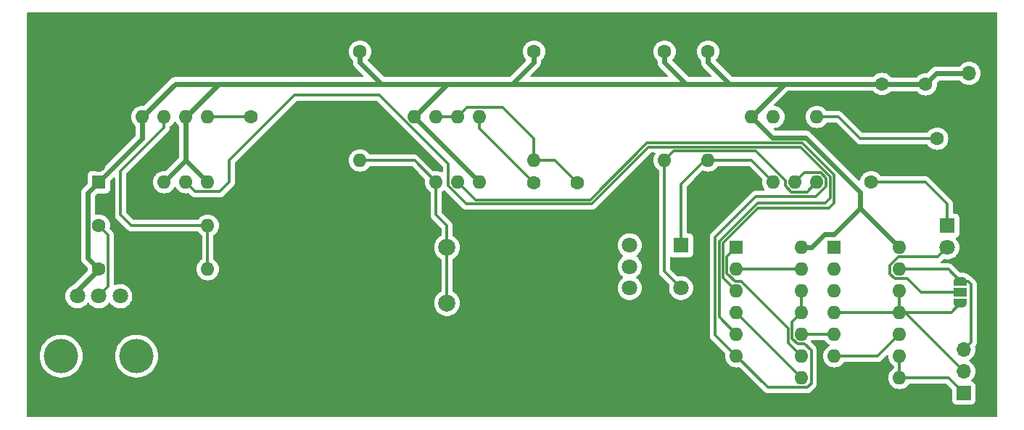
<source format=gbr>
%TF.GenerationSoftware,KiCad,Pcbnew,8.0.5*%
%TF.CreationDate,2024-10-04T10:44:53+02:00*%
%TF.ProjectId,8-bit computer,382d6269-7420-4636-9f6d-70757465722e,rev?*%
%TF.SameCoordinates,Original*%
%TF.FileFunction,Copper,L1,Top*%
%TF.FilePolarity,Positive*%
%FSLAX46Y46*%
G04 Gerber Fmt 4.6, Leading zero omitted, Abs format (unit mm)*
G04 Created by KiCad (PCBNEW 8.0.5) date 2024-10-04 10:44:53*
%MOMM*%
%LPD*%
G01*
G04 APERTURE LIST*
G04 Aperture macros list*
%AMFreePoly0*
4,1,19,0.550000,-0.750000,0.000000,-0.750000,0.000000,-0.744911,-0.071157,-0.744911,-0.207708,-0.704816,-0.327430,-0.627875,-0.420627,-0.520320,-0.479746,-0.390866,-0.500000,-0.250000,-0.500000,0.250000,-0.479746,0.390866,-0.420627,0.520320,-0.327430,0.627875,-0.207708,0.704816,-0.071157,0.744911,0.000000,0.744911,0.000000,0.750000,0.550000,0.750000,0.550000,-0.750000,0.550000,-0.750000,
$1*%
%AMFreePoly1*
4,1,19,0.000000,0.744911,0.071157,0.744911,0.207708,0.704816,0.327430,0.627875,0.420627,0.520320,0.479746,0.390866,0.500000,0.250000,0.500000,-0.250000,0.479746,-0.390866,0.420627,-0.520320,0.327430,-0.627875,0.207708,-0.704816,0.071157,-0.744911,0.000000,-0.744911,0.000000,-0.750000,-0.550000,-0.750000,-0.550000,0.750000,0.000000,0.750000,0.000000,0.744911,0.000000,0.744911,
$1*%
G04 Aperture macros list end*
%TA.AperFunction,SMDPad,CuDef*%
%ADD10FreePoly0,90.000000*%
%TD*%
%TA.AperFunction,SMDPad,CuDef*%
%ADD11R,1.500000X1.000000*%
%TD*%
%TA.AperFunction,SMDPad,CuDef*%
%ADD12FreePoly1,90.000000*%
%TD*%
%TA.AperFunction,ComponentPad*%
%ADD13O,1.600000X1.600000*%
%TD*%
%TA.AperFunction,ComponentPad*%
%ADD14R,1.600000X1.600000*%
%TD*%
%TA.AperFunction,ComponentPad*%
%ADD15C,1.800000*%
%TD*%
%TA.AperFunction,ComponentPad*%
%ADD16R,1.800000X1.800000*%
%TD*%
%TA.AperFunction,ComponentPad*%
%ADD17C,2.000000*%
%TD*%
%TA.AperFunction,WasherPad*%
%ADD18C,4.000000*%
%TD*%
%TA.AperFunction,ComponentPad*%
%ADD19C,1.600000*%
%TD*%
%TA.AperFunction,ComponentPad*%
%ADD20O,1.700000X1.700000*%
%TD*%
%TA.AperFunction,ComponentPad*%
%ADD21R,1.700000X1.700000*%
%TD*%
%TA.AperFunction,Conductor*%
%ADD22C,0.304800*%
%TD*%
%TA.AperFunction,Conductor*%
%ADD23C,0.609600*%
%TD*%
G04 APERTURE END LIST*
D10*
%TO.P,LED_SEL,1*%
%TO.N,/~{CLK}*%
X197104000Y-85277000D03*
D11*
%TO.P,LED_SEL,2*%
%TO.N,LED_SEL*%
X197104000Y-83977000D03*
D12*
%TO.P,LED_SEL,3*%
%TO.N,/CLK*%
X197104000Y-82677000D03*
%TD*%
D13*
%TO.P,U5,14*%
%TO.N,VCC*%
X190005000Y-78740000D03*
%TO.P,U5,13*%
%TO.N,/CLK*%
X190005000Y-81280000D03*
%TO.P,U5,12*%
%TO.N,/~{CLK}*%
X190005000Y-83820000D03*
%TO.P,U5,11*%
X190005000Y-86360000D03*
%TO.P,U5,10*%
%TO.N,Net-(U5-Pad10)*%
X190005000Y-88900000D03*
%TO.P,U5,9*%
%TO.N,/HLT*%
X190005000Y-91440000D03*
%TO.P,U5,8*%
X190005000Y-93980000D03*
%TO.P,U5,7*%
%TO.N,GND*%
X182385000Y-93980000D03*
%TO.P,U5,6*%
%TO.N,Net-(U5-Pad10)*%
X182385000Y-91440000D03*
%TO.P,U5,5*%
%TO.N,Net-(U4-Pad10)*%
X182385000Y-88900000D03*
%TO.P,U5,4*%
%TO.N,/~{CLK}*%
X182385000Y-86360000D03*
%TO.P,U5,3*%
%TO.N,N/C*%
X182385000Y-83820000D03*
%TO.P,U5,2*%
X182385000Y-81280000D03*
D14*
%TO.P,U5,1*%
X182385000Y-78740000D03*
%TD*%
D13*
%TO.P,U3,8,VCC*%
%TO.N,VCC*%
X172720000Y-63500000D03*
%TO.P,U3,7,DIS*%
%TO.N,unconnected-(U3-DIS-Pad7)*%
X175260000Y-63500000D03*
%TO.P,U3,6,THR*%
%TO.N,GND*%
X177800000Y-63500000D03*
%TO.P,U3,5,CV*%
%TO.N,Net-(U3-CV)*%
X180340000Y-63500000D03*
%TO.P,U3,4,R*%
%TO.N,Net-(SW2-C)*%
X180340000Y-71120000D03*
%TO.P,U3,3,Q*%
%TO.N,Net-(U3-Q)*%
X177800000Y-71120000D03*
%TO.P,U3,2,TR*%
%TO.N,Net-(SW2-A)*%
X175260000Y-71120000D03*
D14*
%TO.P,U3,1,GND*%
%TO.N,GND*%
X172720000Y-71120000D03*
%TD*%
%TO.P,U2,1,GND*%
%TO.N,GND*%
X133360000Y-71110000D03*
D13*
%TO.P,U2,2,TR*%
%TO.N,Net-(U2-TR)*%
X135900000Y-71110000D03*
%TO.P,U2,3,Q*%
%TO.N,Net-(U2-Q)*%
X138440000Y-71110000D03*
%TO.P,U2,4,R*%
%TO.N,VCC*%
X140980000Y-71110000D03*
%TO.P,U2,5,CV*%
%TO.N,Net-(U2-CV)*%
X140980000Y-63490000D03*
%TO.P,U2,6,THR*%
%TO.N,Net-(U2-DIS)*%
X138440000Y-63490000D03*
%TO.P,U2,7,DIS*%
X135900000Y-63490000D03*
%TO.P,U2,8,VCC*%
%TO.N,VCC*%
X133360000Y-63490000D03*
%TD*%
D14*
%TO.P,U1,1,GND*%
%TO.N,GND*%
X101600000Y-71120000D03*
D13*
%TO.P,U1,2,TR*%
%TO.N,VCC*%
X104140000Y-71120000D03*
%TO.P,U1,3,Q*%
%TO.N,Net-(U1-Q)*%
X106680000Y-71120000D03*
%TO.P,U1,4,R*%
%TO.N,VCC*%
X109220000Y-71120000D03*
%TO.P,U1,5,CV*%
%TO.N,Net-(U1-CV)*%
X109220000Y-63500000D03*
%TO.P,U1,6,THR*%
%TO.N,VCC*%
X106680000Y-63500000D03*
%TO.P,U1,7,DIS*%
%TO.N,Net-(U1-DIS)*%
X104140000Y-63500000D03*
%TO.P,U1,8,VCC*%
%TO.N,VCC*%
X101600000Y-63500000D03*
%TD*%
D15*
%TO.P,SW2,6*%
%TO.N,N/C*%
X158496000Y-83486000D03*
%TO.P,SW2,5*%
X158496000Y-80986000D03*
%TO.P,SW2,4*%
X158496000Y-78486000D03*
%TO.P,SW2,3,C*%
%TO.N,Net-(SW2-C)*%
X164496000Y-83486000D03*
%TO.P,SW2,2,B*%
%TO.N,GND*%
X164496000Y-80986000D03*
D16*
%TO.P,SW2,1,A*%
%TO.N,Net-(SW2-A)*%
X164496000Y-78486000D03*
%TD*%
D17*
%TO.P,SW1,1,1*%
%TO.N,GND*%
X132660000Y-85240000D03*
X132660000Y-78740000D03*
%TO.P,SW1,2,2*%
%TO.N,Net-(U2-TR)*%
X137160000Y-85240000D03*
X137160000Y-78740000D03*
%TD*%
D15*
%TO.P,RV1,3,3*%
%TO.N,unconnected-(RV1-Pad3)*%
X99020000Y-84440000D03*
%TO.P,RV1,2,2*%
%TO.N,Net-(R6-Pad1)*%
X96520000Y-84440000D03*
%TO.P,RV1,1,1*%
%TO.N,VCC*%
X94020000Y-84440000D03*
D18*
%TO.P,RV1,*%
%TO.N,*%
X92120000Y-91440000D03*
X100920000Y-91440000D03*
%TD*%
D19*
%TO.P,R7,1*%
%TO.N,Net-(D1-K)*%
X186690000Y-71120000D03*
D13*
%TO.P,R7,2*%
%TO.N,GND*%
X199390000Y-71120000D03*
%TD*%
D19*
%TO.P,R6,1*%
%TO.N,Net-(R6-Pad1)*%
X96520000Y-76200000D03*
D13*
%TO.P,R6,2*%
%TO.N,Net-(U1-DIS)*%
X109220000Y-76200000D03*
%TD*%
%TO.P,R5,2*%
%TO.N,Net-(U1-DIS)*%
X109220000Y-81280000D03*
D19*
%TO.P,R5,1*%
%TO.N,VCC*%
X96520000Y-81280000D03*
%TD*%
%TO.P,R4,1*%
%TO.N,VCC*%
X147320000Y-55880000D03*
D13*
%TO.P,R4,2*%
%TO.N,Net-(U2-DIS)*%
X147320000Y-68580000D03*
%TD*%
D19*
%TO.P,R3,1*%
%TO.N,VCC*%
X127000000Y-55880000D03*
D13*
%TO.P,R3,2*%
%TO.N,Net-(U2-TR)*%
X127000000Y-68580000D03*
%TD*%
D19*
%TO.P,R2,1*%
%TO.N,VCC*%
X162560000Y-55880000D03*
D13*
%TO.P,R2,2*%
%TO.N,Net-(SW2-C)*%
X162560000Y-68580000D03*
%TD*%
D19*
%TO.P,R1,1*%
%TO.N,VCC*%
X167640000Y-55880000D03*
D13*
%TO.P,R1,2*%
%TO.N,Net-(SW2-A)*%
X167640000Y-68580000D03*
%TD*%
D16*
%TO.P,D1,1,K*%
%TO.N,Net-(D1-K)*%
X195580000Y-76200000D03*
D15*
%TO.P,D1,2,A*%
%TO.N,LED_SEL*%
X195580000Y-78740000D03*
%TD*%
D14*
%TO.P,C7,1*%
%TO.N,VCC*%
X96520000Y-71120000D03*
D19*
%TO.P,C7,2*%
%TO.N,GND*%
X96520000Y-69120000D03*
%TD*%
%TO.P,C6,1*%
%TO.N,Net-(U1-CV)*%
X114300000Y-63500000D03*
%TO.P,C6,2*%
%TO.N,GND*%
X119300000Y-63500000D03*
%TD*%
%TO.P,C5,1*%
%TO.N,Net-(U2-DIS)*%
X152400000Y-71200000D03*
%TO.P,C5,2*%
%TO.N,GND*%
X152400000Y-76200000D03*
%TD*%
%TO.P,C4,1*%
%TO.N,Net-(U2-CV)*%
X147320000Y-71200000D03*
%TO.P,C4,2*%
%TO.N,GND*%
X147320000Y-76200000D03*
%TD*%
%TO.P,C3,1*%
%TO.N,Net-(U3-CV)*%
X194390000Y-66040000D03*
%TO.P,C3,2*%
%TO.N,GND*%
X199390000Y-66040000D03*
%TD*%
%TO.P,C2,1*%
%TO.N,VCC*%
X193040000Y-59695000D03*
%TO.P,C2,2*%
%TO.N,GND*%
X193040000Y-54695000D03*
%TD*%
%TO.P,C1,2*%
%TO.N,VCC*%
X187960000Y-59655000D03*
%TO.P,C1,1*%
%TO.N,GND*%
X187960000Y-54655000D03*
%TD*%
D20*
%TO.P,Control_Bus,3*%
%TO.N,/CLK*%
X197485000Y-90678000D03*
%TO.P,Control_Bus,2*%
%TO.N,/~{CLK}*%
X197485000Y-93218000D03*
D21*
%TO.P,Control_Bus,1*%
%TO.N,/HLT*%
X197485000Y-95758000D03*
%TD*%
D20*
%TO.P,PWR,2*%
%TO.N,VCC*%
X198120000Y-58420000D03*
D21*
%TO.P,PWR,1*%
%TO.N,GND*%
X198120000Y-55880000D03*
%TD*%
D13*
%TO.P,U4,14*%
%TO.N,VCC*%
X178575000Y-78740000D03*
%TO.P,U4,13*%
%TO.N,Net-(U4-Pad13)*%
X178575000Y-81280000D03*
%TO.P,U4,12*%
%TO.N,Net-(U3-Q)*%
X178575000Y-83820000D03*
%TO.P,U4,11*%
X178575000Y-86360000D03*
%TO.P,U4,10*%
%TO.N,Net-(U4-Pad10)*%
X178575000Y-88900000D03*
%TO.P,U4,9*%
%TO.N,Net-(U4-Pad1)*%
X178575000Y-91440000D03*
%TO.P,U4,8*%
%TO.N,Net-(U4-Pad4)*%
X178575000Y-93980000D03*
%TO.P,U4,7*%
%TO.N,GND*%
X170955000Y-93980000D03*
%TO.P,U4,6*%
%TO.N,Net-(U3-Q)*%
X170955000Y-91440000D03*
%TO.P,U4,5*%
%TO.N,Net-(U1-Q)*%
X170955000Y-88900000D03*
%TO.P,U4,4*%
%TO.N,Net-(U4-Pad4)*%
X170955000Y-86360000D03*
%TO.P,U4,3*%
%TO.N,Net-(U2-Q)*%
X170955000Y-83820000D03*
%TO.P,U4,2*%
%TO.N,Net-(U4-Pad13)*%
X170955000Y-81280000D03*
D14*
%TO.P,U4,1*%
%TO.N,Net-(U4-Pad1)*%
X170955000Y-78740000D03*
%TD*%
D22*
%TO.N,/CLK*%
X195707000Y-81280000D02*
X197104000Y-82677000D01*
X190005000Y-81280000D02*
X195707000Y-81280000D01*
X198335000Y-83019000D02*
X197993000Y-82677000D01*
X198335000Y-89828000D02*
X198335000Y-83019000D01*
X197485000Y-90678000D02*
X198335000Y-89828000D01*
X197993000Y-82677000D02*
X197104000Y-82677000D01*
%TO.N,/~{CLK}*%
X190627000Y-86360000D02*
X190005000Y-86360000D01*
X197485000Y-93218000D02*
X190627000Y-86360000D01*
%TO.N,/HLT*%
X195707000Y-93980000D02*
X190005000Y-93980000D01*
X197485000Y-95758000D02*
X195707000Y-93980000D01*
%TO.N,/~{CLK}*%
X196021000Y-86360000D02*
X197104000Y-85277000D01*
X190005000Y-86360000D02*
X196021000Y-86360000D01*
%TO.N,LED_SEL*%
X194475200Y-79844800D02*
X195580000Y-78740000D01*
X188900200Y-80822376D02*
X189877776Y-79844800D01*
X189445800Y-82384800D02*
X188900200Y-81839200D01*
X190931000Y-82384800D02*
X189445800Y-82384800D01*
X189877776Y-79844800D02*
X194475200Y-79844800D01*
X192523200Y-83977000D02*
X190931000Y-82384800D01*
X188900200Y-81839200D02*
X188900200Y-80822376D01*
X197104000Y-83977000D02*
X192523200Y-83977000D01*
%TO.N,Net-(U2-DIS)*%
X135900000Y-63490000D02*
X138440000Y-63490000D01*
X138440000Y-63490000D02*
X139544800Y-62385200D01*
%TO.N,Net-(U1-DIS)*%
X99060000Y-74930000D02*
X99060000Y-69850000D01*
X100330000Y-76200000D02*
X99060000Y-74930000D01*
X99060000Y-69850000D02*
X104140000Y-64770000D01*
X104140000Y-64770000D02*
X104140000Y-63500000D01*
X109220000Y-76200000D02*
X100330000Y-76200000D01*
D23*
%TO.N,VCC*%
X179043105Y-65913000D02*
X175133000Y-65913000D01*
X175133000Y-65913000D02*
X172720000Y-63500000D01*
X185420000Y-72289895D02*
X179043105Y-65913000D01*
X185420000Y-74155000D02*
X185420000Y-72289895D01*
X176565000Y-59655000D02*
X179105000Y-59655000D01*
X172720000Y-63500000D02*
X176565000Y-59655000D01*
X162560000Y-57115000D02*
X165100000Y-59655000D01*
X162560000Y-55880000D02*
X162560000Y-57115000D01*
X167640000Y-57115000D02*
X170180000Y-59655000D01*
X167640000Y-55880000D02*
X167640000Y-57115000D01*
D22*
%TO.N,Net-(U1-Q)*%
X111760000Y-71120000D02*
X110655200Y-72224800D01*
X119380000Y-60960000D02*
X111760000Y-68580000D01*
X129267576Y-60960000D02*
X119380000Y-60960000D01*
X111760000Y-68580000D02*
X111760000Y-71120000D01*
X137335200Y-71567624D02*
X137335200Y-69027624D01*
X110655200Y-72224800D02*
X107784800Y-72224800D01*
X139427576Y-73660000D02*
X137335200Y-71567624D01*
X137335200Y-69027624D02*
X129267576Y-60960000D01*
X154051000Y-73660000D02*
X139427576Y-73660000D01*
X160693000Y-67018000D02*
X154051000Y-73660000D01*
X181902000Y-72987000D02*
X181902000Y-70472998D01*
X178447002Y-67018000D02*
X160693000Y-67018000D01*
X181356000Y-73533000D02*
X181902000Y-72987000D01*
X181902000Y-70472998D02*
X178447002Y-67018000D01*
X168935801Y-78067621D02*
X173470422Y-73533000D01*
X170955000Y-88900000D02*
X168935801Y-86880801D01*
X168935801Y-86880801D02*
X168935801Y-78067621D01*
%TO.N,Net-(U2-Q)*%
X153861622Y-73202800D02*
X140532800Y-73202800D01*
%TO.N,Net-(U1-Q)*%
X107784800Y-72224800D02*
X106680000Y-71120000D01*
%TO.N,Net-(U2-Q)*%
X160503622Y-66560800D02*
X153861622Y-73202800D01*
X178636380Y-66560800D02*
X160503622Y-66560800D01*
X182359200Y-70283620D02*
X178636380Y-66560800D01*
X181737000Y-74168000D02*
X182359200Y-73545800D01*
X169393000Y-78257000D02*
X173482000Y-74168000D01*
X173482000Y-74168000D02*
X181737000Y-74168000D01*
X169393000Y-82258000D02*
X169393000Y-78257000D01*
X170955000Y-83820000D02*
X169393000Y-82258000D01*
%TO.N,Net-(U1-Q)*%
X173470422Y-73533000D02*
X181356000Y-73533000D01*
%TO.N,Net-(U2-Q)*%
X140532800Y-73202800D02*
X138440000Y-71110000D01*
X182359200Y-73545800D02*
X182359200Y-70283620D01*
%TO.N,Net-(U3-Q)*%
X178904800Y-70015200D02*
X177800000Y-71120000D01*
X180797624Y-70015200D02*
X178904800Y-70015200D01*
X181444800Y-70662376D02*
X180797624Y-70015200D01*
X181444800Y-71577624D02*
X181444800Y-70662376D01*
X173228000Y-72771000D02*
X180251424Y-72771000D01*
X180251424Y-72771000D02*
X181444800Y-71577624D01*
X168478601Y-77520399D02*
X173228000Y-72771000D01*
X168478601Y-88963601D02*
X168478601Y-77520399D01*
X170955000Y-91440000D02*
X168478601Y-88963601D01*
%TO.N,Net-(U4-Pad13)*%
X170955000Y-81280000D02*
X178575000Y-81280000D01*
%TO.N,Net-(U4-Pad1)*%
X177013000Y-89878000D02*
X178575000Y-91440000D01*
X177013000Y-88240000D02*
X177013000Y-89878000D01*
X171488200Y-82715200D02*
X177013000Y-88240000D01*
X169850200Y-81750400D02*
X170815000Y-82715200D01*
X169850200Y-79844800D02*
X169850200Y-81750400D01*
X170955000Y-78740000D02*
X169850200Y-79844800D01*
X170815000Y-82715200D02*
X171488200Y-82715200D01*
%TO.N,Net-(U3-CV)*%
X185420000Y-66040000D02*
X194390000Y-66040000D01*
X182880000Y-63500000D02*
X185420000Y-66040000D01*
X180340000Y-63500000D02*
X182880000Y-63500000D01*
%TO.N,Net-(U4-Pad4)*%
X178575000Y-93980000D02*
X170955000Y-86360000D01*
%TO.N,Net-(SW2-C)*%
X176657000Y-70954576D02*
X176657000Y-71539424D01*
X179197000Y-72263000D02*
X180340000Y-71120000D01*
X173177624Y-67475200D02*
X176657000Y-70954576D01*
X177380576Y-72263000D02*
X179197000Y-72263000D01*
X163664800Y-67475200D02*
X173177624Y-67475200D01*
X162560000Y-68580000D02*
X163664800Y-67475200D01*
X176657000Y-71539424D02*
X177380576Y-72263000D01*
%TO.N,Net-(SW2-A)*%
X172720000Y-68580000D02*
X175260000Y-71120000D01*
X167640000Y-68580000D02*
X172720000Y-68580000D01*
X164496000Y-71343000D02*
X167259000Y-68580000D01*
X167259000Y-68580000D02*
X167640000Y-68580000D01*
X164496000Y-78486000D02*
X164496000Y-71343000D01*
%TO.N,Net-(SW2-C)*%
X162560000Y-81550000D02*
X162560000Y-68580000D01*
X164496000Y-83486000D02*
X162560000Y-81550000D01*
D23*
%TO.N,VCC*%
X181230370Y-77216000D02*
X182359000Y-77216000D01*
X179706370Y-78740000D02*
X181230370Y-77216000D01*
X182359000Y-77216000D02*
X185420000Y-74155000D01*
X178575000Y-78740000D02*
X179706370Y-78740000D01*
X167640000Y-59655000D02*
X165100000Y-59655000D01*
X170180000Y-59655000D02*
X167640000Y-59655000D01*
X172720000Y-59655000D02*
X170180000Y-59655000D01*
X179105000Y-59655000D02*
X172720000Y-59655000D01*
X101600000Y-66040000D02*
X101600000Y-63500000D01*
X96520000Y-71120000D02*
X101600000Y-66040000D01*
X96520000Y-81280000D02*
X95262800Y-80022800D01*
X95262800Y-80022800D02*
X95262800Y-72377200D01*
X95262800Y-72377200D02*
X96520000Y-71120000D01*
X190005000Y-78740000D02*
X185420000Y-74155000D01*
D22*
%TO.N,Net-(D1-K)*%
X195580000Y-73660000D02*
X195580000Y-76200000D01*
X193040000Y-71120000D02*
X195580000Y-73660000D01*
X186690000Y-71120000D02*
X193040000Y-71120000D01*
D23*
%TO.N,VCC*%
X165100000Y-59655000D02*
X144780000Y-59655000D01*
D22*
%TO.N,Net-(U2-TR)*%
X133370000Y-68580000D02*
X127000000Y-68580000D01*
X135900000Y-71110000D02*
X133370000Y-68580000D01*
X135900000Y-74940000D02*
X135900000Y-71110000D01*
X137160000Y-76200000D02*
X135900000Y-74940000D01*
X137160000Y-78740000D02*
X137160000Y-76200000D01*
X137160000Y-85240000D02*
X137160000Y-78740000D01*
D23*
%TO.N,VCC*%
X127000000Y-55880000D02*
X127000000Y-57115000D01*
X127000000Y-57115000D02*
X129540000Y-59655000D01*
X129540000Y-59655000D02*
X110535000Y-59655000D01*
X137195000Y-59655000D02*
X129540000Y-59655000D01*
X147320000Y-57115000D02*
X144780000Y-59655000D01*
X147320000Y-55880000D02*
X147320000Y-57115000D01*
X144780000Y-59655000D02*
X137195000Y-59655000D01*
X140980000Y-71110000D02*
X133360000Y-63490000D01*
D22*
%TO.N,Net-(U2-DIS)*%
X149780000Y-68580000D02*
X152400000Y-71200000D01*
X147320000Y-68580000D02*
X149780000Y-68580000D01*
X139544800Y-62385200D02*
X143665200Y-62385200D01*
X143665200Y-62385200D02*
X147320000Y-66040000D01*
X147320000Y-66040000D02*
X147320000Y-68580000D01*
%TO.N,Net-(U2-CV)*%
X140980000Y-64860000D02*
X147320000Y-71200000D01*
X140980000Y-63490000D02*
X140980000Y-64860000D01*
%TO.N,Net-(U3-Q)*%
X177470200Y-87464800D02*
X178575000Y-86360000D01*
X177470200Y-89357624D02*
X177470200Y-87464800D01*
X178904800Y-90004800D02*
X178117376Y-90004800D01*
X179679800Y-90779800D02*
X178904800Y-90004800D01*
X179679800Y-94640200D02*
X179679800Y-90779800D01*
X179235200Y-95084800D02*
X179679800Y-94640200D01*
X174599800Y-95084800D02*
X179235200Y-95084800D01*
X170955000Y-91440000D02*
X174599800Y-95084800D01*
X178117376Y-90004800D02*
X177470200Y-89357624D01*
%TO.N,Net-(U5-Pad10)*%
X187465000Y-91440000D02*
X190005000Y-88900000D01*
X182385000Y-91440000D02*
X187465000Y-91440000D01*
%TO.N,/~{CLK}*%
X182385000Y-86360000D02*
X190005000Y-86360000D01*
%TO.N,Net-(U3-Q)*%
X178575000Y-86360000D02*
X178575000Y-83820000D01*
%TO.N,/HLT*%
X190005000Y-91440000D02*
X190005000Y-93980000D01*
%TO.N,/~{CLK}*%
X190005000Y-83820000D02*
X190005000Y-86360000D01*
%TO.N,Net-(U4-Pad10)*%
X178575000Y-88900000D02*
X182385000Y-88900000D01*
D23*
%TO.N,VCC*%
X109220000Y-71120000D02*
X106680000Y-68580000D01*
D22*
%TO.N,Net-(U1-CV)*%
X109220000Y-63500000D02*
X114300000Y-63500000D01*
D23*
%TO.N,VCC*%
X106680000Y-68580000D02*
X106680000Y-63500000D01*
X104140000Y-71120000D02*
X106680000Y-68580000D01*
D22*
%TO.N,Net-(U1-DIS)*%
X109220000Y-81280000D02*
X109220000Y-76200000D01*
%TO.N,Net-(R6-Pad1)*%
X97624800Y-77304800D02*
X96520000Y-76200000D01*
X97624800Y-83335200D02*
X97624800Y-77304800D01*
X96520000Y-84440000D02*
X97624800Y-83335200D01*
D23*
%TO.N,VCC*%
X94020000Y-83780000D02*
X96520000Y-81280000D01*
X94020000Y-84440000D02*
X94020000Y-83780000D01*
X110535000Y-59655000D02*
X105455000Y-59655000D01*
X105455000Y-59655000D02*
X101610000Y-63500000D01*
X110535000Y-59655000D02*
X106690000Y-63500000D01*
X137195000Y-59655000D02*
X133360000Y-63490000D01*
X187960000Y-59655000D02*
X179105000Y-59655000D01*
X188000000Y-59695000D02*
X187960000Y-59655000D01*
X193040000Y-59695000D02*
X188000000Y-59695000D01*
X194315000Y-58420000D02*
X193040000Y-59695000D01*
X198120000Y-58420000D02*
X194315000Y-58420000D01*
%TD*%
%TA.AperFunction,Conductor*%
%TO.N,GND*%
G36*
X201372539Y-51320185D02*
G01*
X201418294Y-51372989D01*
X201429500Y-51424500D01*
X201429500Y-98435500D01*
X201409815Y-98502539D01*
X201357011Y-98548294D01*
X201305500Y-98559500D01*
X88254500Y-98559500D01*
X88187461Y-98539815D01*
X88141706Y-98487011D01*
X88130500Y-98435500D01*
X88130500Y-91439994D01*
X89614556Y-91439994D01*
X89614556Y-91440005D01*
X89634310Y-91754004D01*
X89634311Y-91754011D01*
X89659584Y-91886496D01*
X89684782Y-92018591D01*
X89693270Y-92063083D01*
X89790497Y-92362316D01*
X89790499Y-92362321D01*
X89924461Y-92647003D01*
X89924464Y-92647009D01*
X90093051Y-92912661D01*
X90093054Y-92912665D01*
X90293606Y-93155090D01*
X90293608Y-93155092D01*
X90293610Y-93155094D01*
X90503497Y-93352191D01*
X90522968Y-93370476D01*
X90522978Y-93370484D01*
X90777504Y-93555408D01*
X90777509Y-93555410D01*
X90777516Y-93555416D01*
X91053234Y-93706994D01*
X91053239Y-93706996D01*
X91053241Y-93706997D01*
X91053242Y-93706998D01*
X91345771Y-93822818D01*
X91345774Y-93822819D01*
X91630134Y-93895830D01*
X91650527Y-93901066D01*
X91716010Y-93909338D01*
X91962670Y-93940499D01*
X91962679Y-93940499D01*
X91962682Y-93940500D01*
X91962684Y-93940500D01*
X92277316Y-93940500D01*
X92277318Y-93940500D01*
X92277321Y-93940499D01*
X92277329Y-93940499D01*
X92463593Y-93916968D01*
X92589473Y-93901066D01*
X92894225Y-93822819D01*
X92894228Y-93822818D01*
X93186757Y-93706998D01*
X93186758Y-93706997D01*
X93186756Y-93706997D01*
X93186766Y-93706994D01*
X93462484Y-93555416D01*
X93717030Y-93370478D01*
X93946390Y-93155094D01*
X94146947Y-92912663D01*
X94315537Y-92647007D01*
X94449503Y-92362315D01*
X94546731Y-92063079D01*
X94605688Y-91754015D01*
X94605689Y-91754004D01*
X94625444Y-91440005D01*
X94625444Y-91439994D01*
X98414556Y-91439994D01*
X98414556Y-91440005D01*
X98434310Y-91754004D01*
X98434311Y-91754011D01*
X98459584Y-91886496D01*
X98484782Y-92018591D01*
X98493270Y-92063083D01*
X98590497Y-92362316D01*
X98590499Y-92362321D01*
X98724461Y-92647003D01*
X98724464Y-92647009D01*
X98893051Y-92912661D01*
X98893054Y-92912665D01*
X99093606Y-93155090D01*
X99093608Y-93155092D01*
X99093610Y-93155094D01*
X99303497Y-93352191D01*
X99322968Y-93370476D01*
X99322978Y-93370484D01*
X99577504Y-93555408D01*
X99577509Y-93555410D01*
X99577516Y-93555416D01*
X99853234Y-93706994D01*
X99853239Y-93706996D01*
X99853241Y-93706997D01*
X99853242Y-93706998D01*
X100145771Y-93822818D01*
X100145774Y-93822819D01*
X100430134Y-93895830D01*
X100450527Y-93901066D01*
X100516010Y-93909338D01*
X100762670Y-93940499D01*
X100762679Y-93940499D01*
X100762682Y-93940500D01*
X100762684Y-93940500D01*
X101077316Y-93940500D01*
X101077318Y-93940500D01*
X101077321Y-93940499D01*
X101077329Y-93940499D01*
X101263593Y-93916968D01*
X101389473Y-93901066D01*
X101694225Y-93822819D01*
X101694228Y-93822818D01*
X101986757Y-93706998D01*
X101986758Y-93706997D01*
X101986756Y-93706997D01*
X101986766Y-93706994D01*
X102262484Y-93555416D01*
X102517030Y-93370478D01*
X102746390Y-93155094D01*
X102946947Y-92912663D01*
X103115537Y-92647007D01*
X103249503Y-92362315D01*
X103346731Y-92063079D01*
X103405688Y-91754015D01*
X103405689Y-91754004D01*
X103425444Y-91440005D01*
X103425444Y-91439994D01*
X103405689Y-91125995D01*
X103405688Y-91125988D01*
X103405688Y-91125985D01*
X103346731Y-90816921D01*
X103249503Y-90517685D01*
X103115537Y-90232993D01*
X103011111Y-90068444D01*
X102946948Y-89967338D01*
X102946945Y-89967334D01*
X102746393Y-89724909D01*
X102746391Y-89724907D01*
X102678655Y-89661298D01*
X102517030Y-89509522D01*
X102517027Y-89509520D01*
X102517021Y-89509515D01*
X102262495Y-89324591D01*
X102262488Y-89324586D01*
X102262484Y-89324584D01*
X101986766Y-89173006D01*
X101986763Y-89173004D01*
X101986758Y-89173002D01*
X101986757Y-89173001D01*
X101694228Y-89057181D01*
X101694225Y-89057180D01*
X101389476Y-88978934D01*
X101389463Y-88978932D01*
X101077329Y-88939500D01*
X101077318Y-88939500D01*
X100762682Y-88939500D01*
X100762670Y-88939500D01*
X100450536Y-88978932D01*
X100450523Y-88978934D01*
X100145774Y-89057180D01*
X100145771Y-89057181D01*
X99853242Y-89173001D01*
X99853241Y-89173002D01*
X99577516Y-89324584D01*
X99577504Y-89324591D01*
X99322978Y-89509515D01*
X99322968Y-89509523D01*
X99093608Y-89724907D01*
X99093606Y-89724909D01*
X98893054Y-89967334D01*
X98893051Y-89967338D01*
X98724464Y-90232990D01*
X98724461Y-90232996D01*
X98590499Y-90517678D01*
X98590497Y-90517683D01*
X98493270Y-90816916D01*
X98434311Y-91125988D01*
X98434310Y-91125995D01*
X98414556Y-91439994D01*
X94625444Y-91439994D01*
X94605689Y-91125995D01*
X94605688Y-91125988D01*
X94605688Y-91125985D01*
X94546731Y-90816921D01*
X94449503Y-90517685D01*
X94315537Y-90232993D01*
X94211111Y-90068444D01*
X94146948Y-89967338D01*
X94146945Y-89967334D01*
X93946393Y-89724909D01*
X93946391Y-89724907D01*
X93878655Y-89661298D01*
X93717030Y-89509522D01*
X93717027Y-89509520D01*
X93717021Y-89509515D01*
X93462495Y-89324591D01*
X93462488Y-89324586D01*
X93462484Y-89324584D01*
X93186766Y-89173006D01*
X93186763Y-89173004D01*
X93186758Y-89173002D01*
X93186757Y-89173001D01*
X92894228Y-89057181D01*
X92894225Y-89057180D01*
X92589476Y-88978934D01*
X92589463Y-88978932D01*
X92277329Y-88939500D01*
X92277318Y-88939500D01*
X91962682Y-88939500D01*
X91962670Y-88939500D01*
X91650536Y-88978932D01*
X91650523Y-88978934D01*
X91345774Y-89057180D01*
X91345771Y-89057181D01*
X91053242Y-89173001D01*
X91053241Y-89173002D01*
X90777516Y-89324584D01*
X90777504Y-89324591D01*
X90522978Y-89509515D01*
X90522968Y-89509523D01*
X90293608Y-89724907D01*
X90293606Y-89724909D01*
X90093054Y-89967334D01*
X90093051Y-89967338D01*
X89924464Y-90232990D01*
X89924461Y-90232996D01*
X89790499Y-90517678D01*
X89790497Y-90517683D01*
X89693270Y-90816916D01*
X89634311Y-91125988D01*
X89634310Y-91125995D01*
X89614556Y-91439994D01*
X88130500Y-91439994D01*
X88130500Y-84439993D01*
X92614700Y-84439993D01*
X92614700Y-84440006D01*
X92633864Y-84671297D01*
X92633866Y-84671308D01*
X92690842Y-84896300D01*
X92784075Y-85108848D01*
X92911016Y-85303147D01*
X92911019Y-85303151D01*
X92911021Y-85303153D01*
X93068216Y-85473913D01*
X93068219Y-85473915D01*
X93068222Y-85473918D01*
X93251365Y-85616464D01*
X93251371Y-85616468D01*
X93251374Y-85616470D01*
X93455497Y-85726936D01*
X93546895Y-85758313D01*
X93675015Y-85802297D01*
X93675017Y-85802297D01*
X93675019Y-85802298D01*
X93903951Y-85840500D01*
X93903952Y-85840500D01*
X94136048Y-85840500D01*
X94136049Y-85840500D01*
X94364981Y-85802298D01*
X94584503Y-85726936D01*
X94788626Y-85616470D01*
X94971784Y-85473913D01*
X95128979Y-85303153D01*
X95166191Y-85246196D01*
X95219337Y-85200839D01*
X95288569Y-85191415D01*
X95351904Y-85220917D01*
X95373809Y-85246196D01*
X95411016Y-85303147D01*
X95411019Y-85303151D01*
X95411021Y-85303153D01*
X95568216Y-85473913D01*
X95568219Y-85473915D01*
X95568222Y-85473918D01*
X95751365Y-85616464D01*
X95751371Y-85616468D01*
X95751374Y-85616470D01*
X95955497Y-85726936D01*
X96046895Y-85758313D01*
X96175015Y-85802297D01*
X96175017Y-85802297D01*
X96175019Y-85802298D01*
X96403951Y-85840500D01*
X96403952Y-85840500D01*
X96636048Y-85840500D01*
X96636049Y-85840500D01*
X96864981Y-85802298D01*
X97084503Y-85726936D01*
X97288626Y-85616470D01*
X97471784Y-85473913D01*
X97628979Y-85303153D01*
X97666191Y-85246196D01*
X97719337Y-85200839D01*
X97788569Y-85191415D01*
X97851904Y-85220917D01*
X97873809Y-85246196D01*
X97911016Y-85303147D01*
X97911019Y-85303151D01*
X97911021Y-85303153D01*
X98068216Y-85473913D01*
X98068219Y-85473915D01*
X98068222Y-85473918D01*
X98251365Y-85616464D01*
X98251371Y-85616468D01*
X98251374Y-85616470D01*
X98455497Y-85726936D01*
X98546895Y-85758313D01*
X98675015Y-85802297D01*
X98675017Y-85802297D01*
X98675019Y-85802298D01*
X98903951Y-85840500D01*
X98903952Y-85840500D01*
X99136048Y-85840500D01*
X99136049Y-85840500D01*
X99364981Y-85802298D01*
X99584503Y-85726936D01*
X99788626Y-85616470D01*
X99971784Y-85473913D01*
X100128979Y-85303153D01*
X100255924Y-85108849D01*
X100349157Y-84896300D01*
X100406134Y-84671305D01*
X100406866Y-84662470D01*
X100425300Y-84440006D01*
X100425300Y-84439993D01*
X100406135Y-84208702D01*
X100406133Y-84208691D01*
X100349157Y-83983699D01*
X100255924Y-83771151D01*
X100128983Y-83576852D01*
X100128980Y-83576849D01*
X100128979Y-83576847D01*
X99971784Y-83406087D01*
X99971779Y-83406083D01*
X99971777Y-83406081D01*
X99788634Y-83263535D01*
X99788628Y-83263531D01*
X99584504Y-83153064D01*
X99584495Y-83153061D01*
X99364984Y-83077702D01*
X99193282Y-83049050D01*
X99136049Y-83039500D01*
X98903951Y-83039500D01*
X98858164Y-83047140D01*
X98675015Y-83077702D01*
X98455489Y-83153066D01*
X98451502Y-83154815D01*
X98382202Y-83163713D01*
X98319091Y-83133732D01*
X98282209Y-83074390D01*
X98277700Y-83041256D01*
X98277700Y-77240492D01*
X98252610Y-77114361D01*
X98252609Y-77114360D01*
X98252609Y-77114356D01*
X98203392Y-76995536D01*
X98198570Y-76988319D01*
X98193748Y-76981102D01*
X98131940Y-76888599D01*
X98131937Y-76888596D01*
X97827601Y-76584261D01*
X97794116Y-76522938D01*
X97795508Y-76464484D01*
X97801628Y-76441647D01*
X97805635Y-76426692D01*
X97825468Y-76200000D01*
X97805635Y-75973308D01*
X97746739Y-75753504D01*
X97650568Y-75547266D01*
X97520047Y-75360861D01*
X97520045Y-75360858D01*
X97359141Y-75199954D01*
X97245576Y-75120436D01*
X97172734Y-75069432D01*
X97033070Y-75004305D01*
X96966497Y-74973261D01*
X96966488Y-74973258D01*
X96746697Y-74914366D01*
X96746693Y-74914365D01*
X96746692Y-74914365D01*
X96746691Y-74914364D01*
X96746686Y-74914364D01*
X96520002Y-74894532D01*
X96519998Y-74894532D01*
X96293313Y-74914364D01*
X96293302Y-74914366D01*
X96224193Y-74932884D01*
X96154343Y-74931221D01*
X96096481Y-74892058D01*
X96068977Y-74827830D01*
X96068100Y-74813109D01*
X96068100Y-72762127D01*
X96087785Y-72695088D01*
X96104415Y-72674450D01*
X96322047Y-72456817D01*
X96383370Y-72423333D01*
X96409728Y-72420499D01*
X97367871Y-72420499D01*
X97367872Y-72420499D01*
X97427483Y-72414091D01*
X97562331Y-72363796D01*
X97677546Y-72277546D01*
X97763796Y-72162331D01*
X97814091Y-72027483D01*
X97820500Y-71967873D01*
X97820499Y-71009727D01*
X97840183Y-70942689D01*
X97856818Y-70922047D01*
X98107738Y-70671127D01*
X98195420Y-70583445D01*
X98256742Y-70549961D01*
X98326434Y-70554945D01*
X98382367Y-70596817D01*
X98406784Y-70662281D01*
X98407100Y-70671127D01*
X98407100Y-74994307D01*
X98422044Y-75069431D01*
X98422044Y-75069432D01*
X98432191Y-75120444D01*
X98481408Y-75239264D01*
X98552859Y-75346200D01*
X98552862Y-75346204D01*
X98552863Y-75346205D01*
X99913796Y-76707137D01*
X99913797Y-76707138D01*
X99913800Y-76707140D01*
X100013916Y-76774035D01*
X100020736Y-76778592D01*
X100139556Y-76827809D01*
X100139560Y-76827809D01*
X100139561Y-76827810D01*
X100265692Y-76852900D01*
X100265695Y-76852900D01*
X108024997Y-76852900D01*
X108092036Y-76872585D01*
X108126572Y-76905777D01*
X108219953Y-77039140D01*
X108380857Y-77200044D01*
X108380860Y-77200046D01*
X108380861Y-77200047D01*
X108514223Y-77293427D01*
X108557848Y-77348002D01*
X108567100Y-77395001D01*
X108567100Y-80084997D01*
X108547415Y-80152036D01*
X108514223Y-80186572D01*
X108380859Y-80279953D01*
X108219954Y-80440858D01*
X108089432Y-80627265D01*
X108089431Y-80627267D01*
X107993261Y-80833502D01*
X107993258Y-80833511D01*
X107934366Y-81053302D01*
X107934364Y-81053313D01*
X107914532Y-81279998D01*
X107914532Y-81280001D01*
X107934364Y-81506686D01*
X107934366Y-81506697D01*
X107993258Y-81726488D01*
X107993261Y-81726497D01*
X108089431Y-81932732D01*
X108089432Y-81932734D01*
X108219954Y-82119141D01*
X108380858Y-82280045D01*
X108380861Y-82280047D01*
X108567266Y-82410568D01*
X108773504Y-82506739D01*
X108993308Y-82565635D01*
X109155230Y-82579801D01*
X109219998Y-82585468D01*
X109220000Y-82585468D01*
X109220002Y-82585468D01*
X109276673Y-82580509D01*
X109446692Y-82565635D01*
X109666496Y-82506739D01*
X109872734Y-82410568D01*
X110059139Y-82280047D01*
X110220047Y-82119139D01*
X110350568Y-81932734D01*
X110446739Y-81726496D01*
X110505635Y-81506692D01*
X110525468Y-81280000D01*
X110525429Y-81279559D01*
X110512065Y-81126801D01*
X110505635Y-81053308D01*
X110446739Y-80833504D01*
X110350568Y-80627266D01*
X110220047Y-80440861D01*
X110220045Y-80440858D01*
X110059140Y-80279953D01*
X109925777Y-80186572D01*
X109882152Y-80131995D01*
X109872900Y-80084997D01*
X109872900Y-77395001D01*
X109892585Y-77327962D01*
X109925775Y-77293427D01*
X110059139Y-77200047D01*
X110220047Y-77039139D01*
X110350568Y-76852734D01*
X110446739Y-76646496D01*
X110505635Y-76426692D01*
X110525468Y-76200000D01*
X110505635Y-75973308D01*
X110446739Y-75753504D01*
X110350568Y-75547266D01*
X110220047Y-75360861D01*
X110220045Y-75360858D01*
X110059141Y-75199954D01*
X109945576Y-75120436D01*
X109872734Y-75069432D01*
X109733070Y-75004305D01*
X109666497Y-74973261D01*
X109666488Y-74973258D01*
X109446697Y-74914366D01*
X109446693Y-74914365D01*
X109446692Y-74914365D01*
X109446691Y-74914364D01*
X109446686Y-74914364D01*
X109220002Y-74894532D01*
X109219998Y-74894532D01*
X108993313Y-74914364D01*
X108993302Y-74914366D01*
X108773511Y-74973258D01*
X108773502Y-74973261D01*
X108567266Y-75069432D01*
X108380858Y-75199954D01*
X108219953Y-75360859D01*
X108126572Y-75494223D01*
X108071995Y-75537848D01*
X108024997Y-75547100D01*
X100651802Y-75547100D01*
X100584763Y-75527415D01*
X100564121Y-75510781D01*
X99749219Y-74695878D01*
X99715734Y-74634555D01*
X99712900Y-74608197D01*
X99712900Y-70171802D01*
X99732585Y-70104763D01*
X99749219Y-70084121D01*
X104647139Y-65186201D01*
X104647141Y-65186199D01*
X104718592Y-65079264D01*
X104767809Y-64960444D01*
X104792900Y-64834305D01*
X104792900Y-64695001D01*
X104812585Y-64627962D01*
X104845775Y-64593427D01*
X104979139Y-64500047D01*
X105140047Y-64339139D01*
X105270568Y-64152734D01*
X105297618Y-64094724D01*
X105343790Y-64042285D01*
X105410983Y-64023133D01*
X105477865Y-64043348D01*
X105522382Y-64094725D01*
X105549429Y-64152728D01*
X105549432Y-64152734D01*
X105679954Y-64339141D01*
X105838381Y-64497568D01*
X105871866Y-64558891D01*
X105874700Y-64585249D01*
X105874700Y-68195071D01*
X105855015Y-68262110D01*
X105838381Y-68282752D01*
X104334084Y-69787048D01*
X104272761Y-69820533D01*
X104235596Y-69822895D01*
X104140002Y-69814532D01*
X104139998Y-69814532D01*
X103913313Y-69834364D01*
X103913302Y-69834366D01*
X103693511Y-69893258D01*
X103693502Y-69893261D01*
X103487267Y-69989431D01*
X103487265Y-69989432D01*
X103300858Y-70119954D01*
X103139954Y-70280858D01*
X103009432Y-70467265D01*
X103009431Y-70467267D01*
X102913261Y-70673502D01*
X102913258Y-70673511D01*
X102854366Y-70893302D01*
X102854364Y-70893313D01*
X102834532Y-71119998D01*
X102834532Y-71120001D01*
X102854364Y-71346686D01*
X102854366Y-71346697D01*
X102913258Y-71566488D01*
X102913261Y-71566497D01*
X103009431Y-71772732D01*
X103009432Y-71772734D01*
X103139954Y-71959141D01*
X103300858Y-72120045D01*
X103333913Y-72143190D01*
X103487266Y-72250568D01*
X103693504Y-72346739D01*
X103913308Y-72405635D01*
X104075230Y-72419801D01*
X104139998Y-72425468D01*
X104140000Y-72425468D01*
X104140002Y-72425468D01*
X104196807Y-72420498D01*
X104366692Y-72405635D01*
X104586496Y-72346739D01*
X104792734Y-72250568D01*
X104979139Y-72120047D01*
X105140047Y-71959139D01*
X105270568Y-71772734D01*
X105297618Y-71714724D01*
X105343790Y-71662285D01*
X105410983Y-71643133D01*
X105477865Y-71663348D01*
X105522382Y-71714725D01*
X105549429Y-71772728D01*
X105549432Y-71772734D01*
X105679954Y-71959141D01*
X105840858Y-72120045D01*
X105873913Y-72143190D01*
X106027266Y-72250568D01*
X106233504Y-72346739D01*
X106453308Y-72405635D01*
X106615230Y-72419801D01*
X106679998Y-72425468D01*
X106680000Y-72425468D01*
X106680002Y-72425468D01*
X106711421Y-72422719D01*
X106906692Y-72405635D01*
X106944485Y-72395508D01*
X107014334Y-72397169D01*
X107064261Y-72427601D01*
X107368596Y-72731937D01*
X107368599Y-72731940D01*
X107465303Y-72796555D01*
X107465304Y-72796555D01*
X107465305Y-72796556D01*
X107475536Y-72803392D01*
X107594356Y-72852609D01*
X107594360Y-72852609D01*
X107594361Y-72852610D01*
X107720492Y-72877700D01*
X107720495Y-72877700D01*
X110719507Y-72877700D01*
X110804365Y-72860819D01*
X110845644Y-72852609D01*
X110964464Y-72803392D01*
X111071400Y-72731941D01*
X112267140Y-71536200D01*
X112338592Y-71429264D01*
X112387809Y-71310444D01*
X112396180Y-71268360D01*
X112399199Y-71253184D01*
X112412900Y-71184307D01*
X112412900Y-68901802D01*
X112432585Y-68834763D01*
X112449219Y-68814121D01*
X119614121Y-61649219D01*
X119675444Y-61615734D01*
X119701802Y-61612900D01*
X128945773Y-61612900D01*
X129012812Y-61632585D01*
X129033454Y-61649219D01*
X136645981Y-69261745D01*
X136679466Y-69323068D01*
X136682300Y-69349426D01*
X136682300Y-69845208D01*
X136662615Y-69912247D01*
X136609811Y-69958002D01*
X136540653Y-69967946D01*
X136505895Y-69957590D01*
X136431255Y-69922785D01*
X136346496Y-69883261D01*
X136346492Y-69883260D01*
X136346488Y-69883258D01*
X136126697Y-69824366D01*
X136126693Y-69824365D01*
X136126692Y-69824365D01*
X136126691Y-69824364D01*
X136126686Y-69824364D01*
X135900002Y-69804532D01*
X135899998Y-69804532D01*
X135673313Y-69824364D01*
X135673299Y-69824367D01*
X135635511Y-69834492D01*
X135565661Y-69832829D01*
X135515738Y-69802398D01*
X133786205Y-68072863D01*
X133786204Y-68072862D01*
X133786200Y-68072859D01*
X133679264Y-68001408D01*
X133560444Y-67952191D01*
X133560438Y-67952189D01*
X133434307Y-67927100D01*
X133434305Y-67927100D01*
X128195003Y-67927100D01*
X128127964Y-67907415D01*
X128093428Y-67874223D01*
X128000046Y-67740859D01*
X127839141Y-67579954D01*
X127652734Y-67449432D01*
X127652732Y-67449431D01*
X127446497Y-67353261D01*
X127446488Y-67353258D01*
X127226697Y-67294366D01*
X127226693Y-67294365D01*
X127226692Y-67294365D01*
X127226691Y-67294364D01*
X127226686Y-67294364D01*
X127000002Y-67274532D01*
X126999998Y-67274532D01*
X126773313Y-67294364D01*
X126773302Y-67294366D01*
X126553511Y-67353258D01*
X126553502Y-67353261D01*
X126347267Y-67449431D01*
X126347265Y-67449432D01*
X126160858Y-67579954D01*
X125999954Y-67740858D01*
X125869432Y-67927265D01*
X125869431Y-67927267D01*
X125773261Y-68133502D01*
X125773258Y-68133511D01*
X125714366Y-68353302D01*
X125714364Y-68353313D01*
X125694532Y-68579998D01*
X125694532Y-68580001D01*
X125714364Y-68806686D01*
X125714366Y-68806697D01*
X125773258Y-69026488D01*
X125773261Y-69026497D01*
X125869431Y-69232732D01*
X125869432Y-69232734D01*
X125999954Y-69419141D01*
X126160858Y-69580045D01*
X126160861Y-69580047D01*
X126347266Y-69710568D01*
X126553504Y-69806739D01*
X126553509Y-69806740D01*
X126553511Y-69806741D01*
X126579498Y-69813704D01*
X126773308Y-69865635D01*
X126935230Y-69879801D01*
X126999998Y-69885468D01*
X127000000Y-69885468D01*
X127000002Y-69885468D01*
X127056673Y-69880509D01*
X127226692Y-69865635D01*
X127446496Y-69806739D01*
X127652734Y-69710568D01*
X127839139Y-69580047D01*
X128000047Y-69419139D01*
X128067316Y-69323068D01*
X128093428Y-69285777D01*
X128148005Y-69242152D01*
X128195003Y-69232900D01*
X133048197Y-69232900D01*
X133115236Y-69252585D01*
X133135878Y-69269219D01*
X133869041Y-70002382D01*
X134592398Y-70725738D01*
X134625883Y-70787061D01*
X134624492Y-70845511D01*
X134614367Y-70883299D01*
X134614364Y-70883313D01*
X134594532Y-71109998D01*
X134594532Y-71110001D01*
X134614364Y-71336686D01*
X134614366Y-71336697D01*
X134673258Y-71556488D01*
X134673261Y-71556497D01*
X134769431Y-71762732D01*
X134769432Y-71762734D01*
X134899954Y-71949141D01*
X135060857Y-72110044D01*
X135060860Y-72110046D01*
X135060861Y-72110047D01*
X135194223Y-72203427D01*
X135237848Y-72258002D01*
X135247100Y-72305001D01*
X135247100Y-75004306D01*
X135260055Y-75069431D01*
X135260055Y-75069433D01*
X135272189Y-75130437D01*
X135272191Y-75130444D01*
X135297902Y-75192517D01*
X135321408Y-75249264D01*
X135386180Y-75346204D01*
X135392862Y-75356204D01*
X135392863Y-75356205D01*
X136470781Y-76434121D01*
X136504266Y-76495444D01*
X136507100Y-76521802D01*
X136507100Y-77313308D01*
X136487415Y-77380347D01*
X136442118Y-77422362D01*
X136336501Y-77479519D01*
X136336494Y-77479523D01*
X136140257Y-77632261D01*
X135971833Y-77815217D01*
X135835826Y-78023393D01*
X135735936Y-78251118D01*
X135674892Y-78492175D01*
X135674890Y-78492187D01*
X135654357Y-78739994D01*
X135654357Y-78740005D01*
X135674890Y-78987812D01*
X135674892Y-78987824D01*
X135735936Y-79228881D01*
X135835826Y-79456606D01*
X135971833Y-79664782D01*
X135971836Y-79664785D01*
X136140256Y-79847738D01*
X136204251Y-79897547D01*
X136336488Y-80000472D01*
X136336492Y-80000475D01*
X136364898Y-80015847D01*
X136442117Y-80057635D01*
X136491708Y-80106854D01*
X136507100Y-80166690D01*
X136507100Y-83813308D01*
X136487415Y-83880347D01*
X136442118Y-83922362D01*
X136336501Y-83979519D01*
X136336494Y-83979523D01*
X136140257Y-84132261D01*
X135971833Y-84315217D01*
X135835826Y-84523393D01*
X135735936Y-84751118D01*
X135674892Y-84992175D01*
X135674890Y-84992187D01*
X135654357Y-85239994D01*
X135654357Y-85240005D01*
X135674890Y-85487812D01*
X135674892Y-85487824D01*
X135735936Y-85728881D01*
X135835826Y-85956606D01*
X135971833Y-86164782D01*
X135971836Y-86164785D01*
X136140256Y-86347738D01*
X136336491Y-86500474D01*
X136336493Y-86500475D01*
X136539542Y-86610360D01*
X136555190Y-86618828D01*
X136790386Y-86699571D01*
X137035665Y-86740500D01*
X137284335Y-86740500D01*
X137529614Y-86699571D01*
X137764810Y-86618828D01*
X137983509Y-86500474D01*
X138179744Y-86347738D01*
X138348164Y-86164785D01*
X138484173Y-85956607D01*
X138584063Y-85728881D01*
X138645108Y-85487821D01*
X138646260Y-85473918D01*
X138665643Y-85240005D01*
X138665643Y-85239994D01*
X138645109Y-84992187D01*
X138645107Y-84992175D01*
X138584063Y-84751118D01*
X138484173Y-84523393D01*
X138348166Y-84315217D01*
X138303315Y-84266496D01*
X138179744Y-84132262D01*
X137983509Y-83979526D01*
X137983508Y-83979525D01*
X137983505Y-83979523D01*
X137983498Y-83979519D01*
X137877882Y-83922362D01*
X137828292Y-83873143D01*
X137812900Y-83813308D01*
X137812900Y-80166690D01*
X137832585Y-80099651D01*
X137877882Y-80057635D01*
X137983509Y-80000474D01*
X138179744Y-79847738D01*
X138348164Y-79664785D01*
X138484173Y-79456607D01*
X138584063Y-79228881D01*
X138645108Y-78987821D01*
X138645109Y-78987812D01*
X138665643Y-78740005D01*
X138665643Y-78739994D01*
X138645109Y-78492187D01*
X138645107Y-78492175D01*
X138643542Y-78485993D01*
X157090700Y-78485993D01*
X157090700Y-78486006D01*
X157109864Y-78717297D01*
X157109866Y-78717308D01*
X157166842Y-78942300D01*
X157260075Y-79154848D01*
X157387016Y-79349147D01*
X157387019Y-79349151D01*
X157387021Y-79349153D01*
X157544216Y-79519913D01*
X157544219Y-79519915D01*
X157544222Y-79519918D01*
X157696122Y-79638147D01*
X157736935Y-79694857D01*
X157740610Y-79764630D01*
X157705978Y-79825313D01*
X157696122Y-79833853D01*
X157544222Y-79952081D01*
X157544219Y-79952084D01*
X157544216Y-79952086D01*
X157544216Y-79952087D01*
X157505297Y-79994365D01*
X157387016Y-80122852D01*
X157260075Y-80317151D01*
X157166842Y-80529699D01*
X157109866Y-80754691D01*
X157109864Y-80754702D01*
X157090700Y-80985993D01*
X157090700Y-80986006D01*
X157109864Y-81217297D01*
X157109866Y-81217308D01*
X157166842Y-81442300D01*
X157260075Y-81654848D01*
X157387016Y-81849147D01*
X157387019Y-81849151D01*
X157387021Y-81849153D01*
X157544216Y-82019913D01*
X157544219Y-82019915D01*
X157544222Y-82019918D01*
X157696122Y-82138147D01*
X157736935Y-82194857D01*
X157740610Y-82264630D01*
X157705978Y-82325313D01*
X157696122Y-82333853D01*
X157544222Y-82452081D01*
X157544219Y-82452084D01*
X157544216Y-82452086D01*
X157544216Y-82452087D01*
X157493904Y-82506741D01*
X157387016Y-82622852D01*
X157260075Y-82817151D01*
X157166842Y-83029699D01*
X157109866Y-83254691D01*
X157109864Y-83254702D01*
X157090700Y-83485993D01*
X157090700Y-83486006D01*
X157109864Y-83717297D01*
X157109866Y-83717308D01*
X157166842Y-83942300D01*
X157260075Y-84154848D01*
X157387016Y-84349147D01*
X157387019Y-84349151D01*
X157387021Y-84349153D01*
X157544216Y-84519913D01*
X157544219Y-84519915D01*
X157544222Y-84519918D01*
X157727365Y-84662464D01*
X157727371Y-84662468D01*
X157727374Y-84662470D01*
X157931497Y-84772936D01*
X158045487Y-84812068D01*
X158151015Y-84848297D01*
X158151017Y-84848297D01*
X158151019Y-84848298D01*
X158379951Y-84886500D01*
X158379952Y-84886500D01*
X158612048Y-84886500D01*
X158612049Y-84886500D01*
X158840981Y-84848298D01*
X159060503Y-84772936D01*
X159264626Y-84662470D01*
X159447784Y-84519913D01*
X159604979Y-84349153D01*
X159731924Y-84154849D01*
X159825157Y-83942300D01*
X159882134Y-83717305D01*
X159882135Y-83717297D01*
X159901300Y-83486006D01*
X159901300Y-83485993D01*
X159882135Y-83254702D01*
X159882133Y-83254691D01*
X159825157Y-83029699D01*
X159731924Y-82817151D01*
X159604983Y-82622852D01*
X159604980Y-82622849D01*
X159604979Y-82622847D01*
X159447784Y-82452087D01*
X159295876Y-82333852D01*
X159255064Y-82277143D01*
X159251389Y-82207370D01*
X159286020Y-82146687D01*
X159295876Y-82138147D01*
X159447784Y-82019913D01*
X159604979Y-81849153D01*
X159731924Y-81654849D01*
X159825157Y-81442300D01*
X159882134Y-81217305D01*
X159882135Y-81217297D01*
X159901300Y-80986006D01*
X159901300Y-80985993D01*
X159882135Y-80754702D01*
X159882133Y-80754691D01*
X159825157Y-80529699D01*
X159731924Y-80317151D01*
X159604983Y-80122852D01*
X159604980Y-80122849D01*
X159604979Y-80122847D01*
X159447784Y-79952087D01*
X159295876Y-79833852D01*
X159255064Y-79777143D01*
X159251389Y-79707370D01*
X159286020Y-79646687D01*
X159295876Y-79638147D01*
X159447784Y-79519913D01*
X159604979Y-79349153D01*
X159731924Y-79154849D01*
X159825157Y-78942300D01*
X159882134Y-78717305D01*
X159882135Y-78717297D01*
X159901300Y-78486006D01*
X159901300Y-78485993D01*
X159882135Y-78254702D01*
X159882133Y-78254691D01*
X159825157Y-78029699D01*
X159731924Y-77817151D01*
X159604983Y-77622852D01*
X159604980Y-77622849D01*
X159604979Y-77622847D01*
X159447784Y-77452087D01*
X159447779Y-77452083D01*
X159447777Y-77452081D01*
X159264634Y-77309535D01*
X159264628Y-77309531D01*
X159060504Y-77199064D01*
X159060495Y-77199061D01*
X158840984Y-77123702D01*
X158650450Y-77091908D01*
X158612049Y-77085500D01*
X158379951Y-77085500D01*
X158341550Y-77091908D01*
X158151015Y-77123702D01*
X157931504Y-77199061D01*
X157931495Y-77199064D01*
X157727371Y-77309531D01*
X157727365Y-77309535D01*
X157544222Y-77452081D01*
X157544219Y-77452084D01*
X157544216Y-77452086D01*
X157544216Y-77452087D01*
X157503604Y-77496204D01*
X157387016Y-77622852D01*
X157260075Y-77817151D01*
X157166842Y-78029699D01*
X157109866Y-78254691D01*
X157109864Y-78254702D01*
X157090700Y-78485993D01*
X138643542Y-78485993D01*
X138584063Y-78251118D01*
X138484173Y-78023393D01*
X138348166Y-77815217D01*
X138295589Y-77758103D01*
X138179744Y-77632262D01*
X137983509Y-77479526D01*
X137983508Y-77479525D01*
X137983505Y-77479523D01*
X137983498Y-77479519D01*
X137877882Y-77422362D01*
X137828292Y-77373143D01*
X137812900Y-77313308D01*
X137812900Y-76135692D01*
X137787810Y-76009561D01*
X137787809Y-76009560D01*
X137787809Y-76009556D01*
X137738592Y-75890736D01*
X137667140Y-75783800D01*
X137667138Y-75783797D01*
X136589219Y-74705878D01*
X136555734Y-74644555D01*
X136552900Y-74618197D01*
X136552900Y-72305001D01*
X136572585Y-72237962D01*
X136605775Y-72203427D01*
X136739139Y-72110047D01*
X136759028Y-72090157D01*
X136820349Y-72056671D01*
X136890041Y-72061654D01*
X136934391Y-72090156D01*
X139011374Y-74167139D01*
X139011377Y-74167141D01*
X139118313Y-74238593D01*
X139187916Y-74267423D01*
X139237132Y-74287809D01*
X139237136Y-74287809D01*
X139237137Y-74287810D01*
X139363268Y-74312900D01*
X139363271Y-74312900D01*
X154115307Y-74312900D01*
X154200165Y-74296019D01*
X154241444Y-74287809D01*
X154360264Y-74238592D01*
X154369673Y-74232305D01*
X154467200Y-74167141D01*
X160927121Y-67707218D01*
X160988444Y-67673734D01*
X161014802Y-67670900D01*
X161370740Y-67670900D01*
X161437779Y-67690585D01*
X161483534Y-67743389D01*
X161493478Y-67812547D01*
X161472315Y-67866021D01*
X161452896Y-67893754D01*
X161429432Y-67927265D01*
X161429431Y-67927267D01*
X161333261Y-68133502D01*
X161333258Y-68133511D01*
X161274366Y-68353302D01*
X161274364Y-68353313D01*
X161254532Y-68579998D01*
X161254532Y-68580001D01*
X161274364Y-68806686D01*
X161274366Y-68806697D01*
X161333258Y-69026488D01*
X161333261Y-69026497D01*
X161429431Y-69232732D01*
X161429432Y-69232734D01*
X161559954Y-69419141D01*
X161720857Y-69580044D01*
X161720860Y-69580046D01*
X161720861Y-69580047D01*
X161854223Y-69673427D01*
X161897848Y-69728002D01*
X161907100Y-69775001D01*
X161907100Y-81614305D01*
X161929415Y-81726488D01*
X161930491Y-81731894D01*
X161930492Y-81731905D01*
X161930493Y-81731905D01*
X161932190Y-81740442D01*
X161932192Y-81740447D01*
X161981406Y-81859262D01*
X162029259Y-81930880D01*
X162051501Y-81964168D01*
X162052862Y-81966204D01*
X162052863Y-81966205D01*
X163106820Y-83020161D01*
X163140305Y-83081484D01*
X163139345Y-83138282D01*
X163109866Y-83254690D01*
X163109864Y-83254702D01*
X163090700Y-83485993D01*
X163090700Y-83486006D01*
X163109864Y-83717297D01*
X163109866Y-83717308D01*
X163166842Y-83942300D01*
X163260075Y-84154848D01*
X163387016Y-84349147D01*
X163387019Y-84349151D01*
X163387021Y-84349153D01*
X163544216Y-84519913D01*
X163544219Y-84519915D01*
X163544222Y-84519918D01*
X163727365Y-84662464D01*
X163727371Y-84662468D01*
X163727374Y-84662470D01*
X163931497Y-84772936D01*
X164045487Y-84812068D01*
X164151015Y-84848297D01*
X164151017Y-84848297D01*
X164151019Y-84848298D01*
X164379951Y-84886500D01*
X164379952Y-84886500D01*
X164612048Y-84886500D01*
X164612049Y-84886500D01*
X164840981Y-84848298D01*
X165060503Y-84772936D01*
X165264626Y-84662470D01*
X165447784Y-84519913D01*
X165604979Y-84349153D01*
X165731924Y-84154849D01*
X165825157Y-83942300D01*
X165882134Y-83717305D01*
X165882135Y-83717297D01*
X165901300Y-83486006D01*
X165901300Y-83485993D01*
X165882135Y-83254702D01*
X165882133Y-83254691D01*
X165825157Y-83029699D01*
X165731924Y-82817151D01*
X165604983Y-82622852D01*
X165604980Y-82622849D01*
X165604979Y-82622847D01*
X165447784Y-82452087D01*
X165447779Y-82452083D01*
X165447777Y-82452081D01*
X165264634Y-82309535D01*
X165264628Y-82309531D01*
X165060504Y-82199064D01*
X165060495Y-82199061D01*
X164840984Y-82123702D01*
X164656904Y-82092985D01*
X164612049Y-82085500D01*
X164379951Y-82085500D01*
X164347246Y-82090957D01*
X164151013Y-82123702D01*
X164146045Y-82124961D01*
X164145545Y-82122987D01*
X164084428Y-82125725D01*
X164026325Y-82092985D01*
X163249219Y-81315878D01*
X163215734Y-81254555D01*
X163212900Y-81228197D01*
X163212900Y-79955886D01*
X163232585Y-79888847D01*
X163285389Y-79843092D01*
X163354547Y-79833148D01*
X163380233Y-79839704D01*
X163488517Y-79880091D01*
X163488516Y-79880091D01*
X163495444Y-79880835D01*
X163548127Y-79886500D01*
X165443872Y-79886499D01*
X165503483Y-79880091D01*
X165638331Y-79829796D01*
X165753546Y-79743546D01*
X165839796Y-79628331D01*
X165890091Y-79493483D01*
X165896500Y-79433873D01*
X165896499Y-77538128D01*
X165890856Y-77485634D01*
X165890091Y-77478516D01*
X165839797Y-77343671D01*
X165839793Y-77343664D01*
X165753547Y-77228455D01*
X165753544Y-77228452D01*
X165638335Y-77142206D01*
X165638328Y-77142202D01*
X165503482Y-77091908D01*
X165503483Y-77091908D01*
X165443883Y-77085501D01*
X165443881Y-77085500D01*
X165443873Y-77085500D01*
X165443865Y-77085500D01*
X165272900Y-77085500D01*
X165205861Y-77065815D01*
X165160106Y-77013011D01*
X165148900Y-76961500D01*
X165148900Y-71664802D01*
X165168585Y-71597763D01*
X165185219Y-71577121D01*
X166036602Y-70725738D01*
X166969864Y-69792475D01*
X167031185Y-69758992D01*
X167100877Y-69763976D01*
X167109948Y-69767776D01*
X167193504Y-69806739D01*
X167193510Y-69806740D01*
X167193511Y-69806741D01*
X167219498Y-69813704D01*
X167413308Y-69865635D01*
X167575230Y-69879801D01*
X167639998Y-69885468D01*
X167640000Y-69885468D01*
X167640002Y-69885468D01*
X167696673Y-69880509D01*
X167866692Y-69865635D01*
X168086496Y-69806739D01*
X168292734Y-69710568D01*
X168479139Y-69580047D01*
X168640047Y-69419139D01*
X168707316Y-69323068D01*
X168733428Y-69285777D01*
X168788005Y-69242152D01*
X168835003Y-69232900D01*
X172398197Y-69232900D01*
X172465236Y-69252585D01*
X172485878Y-69269219D01*
X173952398Y-70735738D01*
X173985883Y-70797061D01*
X173984492Y-70855511D01*
X173974367Y-70893299D01*
X173974364Y-70893313D01*
X173954532Y-71119998D01*
X173954532Y-71120001D01*
X173974364Y-71346686D01*
X173974366Y-71346697D01*
X174033258Y-71566488D01*
X174033261Y-71566497D01*
X174129431Y-71772732D01*
X174129432Y-71772734D01*
X174234632Y-71922977D01*
X174256959Y-71989184D01*
X174239948Y-72056951D01*
X174189000Y-72104763D01*
X174133057Y-72118100D01*
X173163693Y-72118100D01*
X173042020Y-72142303D01*
X173042014Y-72142304D01*
X173037560Y-72143189D01*
X173037557Y-72143190D01*
X172918737Y-72192407D01*
X172811797Y-72263861D01*
X167971461Y-77104197D01*
X167907418Y-77200047D01*
X167907417Y-77200049D01*
X167900007Y-77211137D01*
X167850792Y-77329954D01*
X167850790Y-77329960D01*
X167825701Y-77456091D01*
X167825701Y-89027907D01*
X167838141Y-89090443D01*
X167838141Y-89090445D01*
X167850790Y-89154037D01*
X167850792Y-89154045D01*
X167883760Y-89233638D01*
X167900009Y-89272865D01*
X167971460Y-89379801D01*
X167971463Y-89379805D01*
X167971464Y-89379806D01*
X169647398Y-91055738D01*
X169680883Y-91117061D01*
X169679492Y-91175511D01*
X169669367Y-91213299D01*
X169669364Y-91213313D01*
X169649532Y-91439998D01*
X169649532Y-91440001D01*
X169669364Y-91666686D01*
X169669366Y-91666697D01*
X169728258Y-91886488D01*
X169728261Y-91886497D01*
X169824431Y-92092732D01*
X169824432Y-92092734D01*
X169954954Y-92279141D01*
X170115858Y-92440045D01*
X170115861Y-92440047D01*
X170302266Y-92570568D01*
X170508504Y-92666739D01*
X170728308Y-92725635D01*
X170890230Y-92739801D01*
X170954998Y-92745468D01*
X170955000Y-92745468D01*
X170955002Y-92745468D01*
X170986421Y-92742719D01*
X171181692Y-92725635D01*
X171219485Y-92715508D01*
X171289334Y-92717169D01*
X171339261Y-92747601D01*
X174183597Y-95591938D01*
X174183598Y-95591939D01*
X174183601Y-95591941D01*
X174290537Y-95663393D01*
X174360140Y-95692223D01*
X174409356Y-95712609D01*
X174409360Y-95712609D01*
X174409361Y-95712610D01*
X174535492Y-95737700D01*
X174535495Y-95737700D01*
X179299507Y-95737700D01*
X179384365Y-95720819D01*
X179425644Y-95712609D01*
X179544464Y-95663392D01*
X179550339Y-95659466D01*
X179550352Y-95659462D01*
X179550350Y-95659459D01*
X179651400Y-95591941D01*
X180186940Y-95056400D01*
X180258392Y-94949464D01*
X180307609Y-94830644D01*
X180332700Y-94704505D01*
X180332700Y-90715495D01*
X180332700Y-90715492D01*
X180307610Y-90589361D01*
X180307609Y-90589360D01*
X180307609Y-90589356D01*
X180262685Y-90480900D01*
X180258393Y-90470537D01*
X180186941Y-90363601D01*
X180186939Y-90363598D01*
X179643444Y-89820103D01*
X179609959Y-89758780D01*
X179614943Y-89689088D01*
X179629545Y-89661306D01*
X179668429Y-89605774D01*
X179723004Y-89562152D01*
X179770002Y-89552900D01*
X181189997Y-89552900D01*
X181257036Y-89572585D01*
X181291572Y-89605777D01*
X181384953Y-89739140D01*
X181545858Y-89900045D01*
X181545861Y-89900047D01*
X181732266Y-90030568D01*
X181790275Y-90057618D01*
X181842714Y-90103791D01*
X181861866Y-90170984D01*
X181841650Y-90237865D01*
X181790275Y-90282382D01*
X181732267Y-90309431D01*
X181732265Y-90309432D01*
X181545858Y-90439954D01*
X181384954Y-90600858D01*
X181254432Y-90787265D01*
X181254431Y-90787267D01*
X181158261Y-90993502D01*
X181158258Y-90993511D01*
X181099366Y-91213302D01*
X181099364Y-91213313D01*
X181079532Y-91439998D01*
X181079532Y-91440001D01*
X181099364Y-91666686D01*
X181099366Y-91666697D01*
X181158258Y-91886488D01*
X181158261Y-91886497D01*
X181254431Y-92092732D01*
X181254432Y-92092734D01*
X181384954Y-92279141D01*
X181545858Y-92440045D01*
X181545861Y-92440047D01*
X181732266Y-92570568D01*
X181938504Y-92666739D01*
X182158308Y-92725635D01*
X182320230Y-92739801D01*
X182384998Y-92745468D01*
X182385000Y-92745468D01*
X182385002Y-92745468D01*
X182441673Y-92740509D01*
X182611692Y-92725635D01*
X182831496Y-92666739D01*
X183037734Y-92570568D01*
X183224139Y-92440047D01*
X183385047Y-92279139D01*
X183416028Y-92234891D01*
X183478428Y-92145777D01*
X183533005Y-92102152D01*
X183580003Y-92092900D01*
X187529307Y-92092900D01*
X187614165Y-92076019D01*
X187655444Y-92067809D01*
X187774264Y-92018592D01*
X187776295Y-92017234D01*
X187782545Y-92013060D01*
X187879914Y-91948000D01*
X187881200Y-91947141D01*
X188488466Y-91339873D01*
X188549789Y-91306389D01*
X188619480Y-91311373D01*
X188675414Y-91353244D01*
X188699831Y-91418709D01*
X188699675Y-91438360D01*
X188699532Y-91439994D01*
X188699532Y-91440001D01*
X188719364Y-91666686D01*
X188719366Y-91666697D01*
X188778258Y-91886488D01*
X188778261Y-91886497D01*
X188874431Y-92092732D01*
X188874432Y-92092734D01*
X189004954Y-92279141D01*
X189165857Y-92440044D01*
X189165860Y-92440046D01*
X189165861Y-92440047D01*
X189299223Y-92533427D01*
X189342848Y-92588002D01*
X189352100Y-92635001D01*
X189352100Y-92784997D01*
X189332415Y-92852036D01*
X189299223Y-92886572D01*
X189165859Y-92979953D01*
X189004954Y-93140858D01*
X188874432Y-93327265D01*
X188874431Y-93327267D01*
X188778261Y-93533502D01*
X188778258Y-93533511D01*
X188719366Y-93753302D01*
X188719364Y-93753313D01*
X188699532Y-93979998D01*
X188699532Y-93980001D01*
X188719364Y-94206686D01*
X188719366Y-94206697D01*
X188778258Y-94426488D01*
X188778261Y-94426497D01*
X188874431Y-94632732D01*
X188874432Y-94632734D01*
X189004954Y-94819141D01*
X189165858Y-94980045D01*
X189165861Y-94980047D01*
X189352266Y-95110568D01*
X189558504Y-95206739D01*
X189778308Y-95265635D01*
X189940230Y-95279801D01*
X190004998Y-95285468D01*
X190005000Y-95285468D01*
X190005002Y-95285468D01*
X190061673Y-95280509D01*
X190231692Y-95265635D01*
X190451496Y-95206739D01*
X190657734Y-95110568D01*
X190844139Y-94980047D01*
X191005047Y-94819139D01*
X191085314Y-94704505D01*
X191098428Y-94685777D01*
X191153005Y-94642152D01*
X191200003Y-94632900D01*
X195385197Y-94632900D01*
X195452236Y-94652585D01*
X195472878Y-94669219D01*
X196098181Y-95294521D01*
X196131666Y-95355844D01*
X196134500Y-95382202D01*
X196134500Y-96655870D01*
X196134501Y-96655876D01*
X196140908Y-96715483D01*
X196191202Y-96850328D01*
X196191206Y-96850335D01*
X196277452Y-96965544D01*
X196277455Y-96965547D01*
X196392664Y-97051793D01*
X196392671Y-97051797D01*
X196527517Y-97102091D01*
X196527516Y-97102091D01*
X196534444Y-97102835D01*
X196587127Y-97108500D01*
X198382872Y-97108499D01*
X198442483Y-97102091D01*
X198577331Y-97051796D01*
X198692546Y-96965546D01*
X198778796Y-96850331D01*
X198829091Y-96715483D01*
X198835500Y-96655873D01*
X198835499Y-94860128D01*
X198829091Y-94800517D01*
X198778796Y-94665669D01*
X198778795Y-94665668D01*
X198778793Y-94665664D01*
X198692547Y-94550455D01*
X198692544Y-94550452D01*
X198577335Y-94464206D01*
X198577328Y-94464202D01*
X198445917Y-94415189D01*
X198389983Y-94373318D01*
X198365566Y-94307853D01*
X198380418Y-94239580D01*
X198401563Y-94211332D01*
X198523495Y-94089401D01*
X198659035Y-93895830D01*
X198758903Y-93681663D01*
X198820063Y-93453408D01*
X198840659Y-93218000D01*
X198820063Y-92982592D01*
X198758903Y-92754337D01*
X198659035Y-92540171D01*
X198654312Y-92533425D01*
X198523494Y-92346597D01*
X198356402Y-92179506D01*
X198356396Y-92179501D01*
X198170842Y-92049575D01*
X198127217Y-91994998D01*
X198120023Y-91925500D01*
X198151546Y-91863145D01*
X198170842Y-91846425D01*
X198202495Y-91824261D01*
X198356401Y-91716495D01*
X198523495Y-91549401D01*
X198659035Y-91355830D01*
X198758903Y-91141663D01*
X198820063Y-90913408D01*
X198840659Y-90678000D01*
X198820063Y-90442592D01*
X198801332Y-90372687D01*
X198802995Y-90302838D01*
X198833426Y-90252913D01*
X198842141Y-90244199D01*
X198913593Y-90137263D01*
X198962809Y-90018443D01*
X198986360Y-89900047D01*
X198987900Y-89892307D01*
X198987900Y-82954692D01*
X198962810Y-82828561D01*
X198962809Y-82828560D01*
X198962809Y-82828556D01*
X198913592Y-82709736D01*
X198900025Y-82689432D01*
X198900023Y-82689429D01*
X198900023Y-82689428D01*
X198842138Y-82602797D01*
X198842135Y-82602794D01*
X198409205Y-82169863D01*
X198409204Y-82169862D01*
X198398141Y-82162470D01*
X198302264Y-82098408D01*
X198271101Y-82085500D01*
X198183444Y-82049191D01*
X198183436Y-82049189D01*
X198173201Y-82047153D01*
X198111290Y-82014768D01*
X198103679Y-82006739D01*
X198066791Y-81964167D01*
X197958135Y-81870018D01*
X197958132Y-81870015D01*
X197925660Y-81849147D01*
X197837094Y-81792230D01*
X197837087Y-81792227D01*
X197837081Y-81792223D01*
X197712356Y-81735263D01*
X197708057Y-81733014D01*
X197568261Y-81691966D01*
X197568251Y-81691963D01*
X197440300Y-81673567D01*
X197425941Y-81671503D01*
X197425940Y-81671503D01*
X197369601Y-81671503D01*
X197369591Y-81671500D01*
X197318236Y-81671500D01*
X197073202Y-81671500D01*
X197006163Y-81651815D01*
X196985521Y-81635181D01*
X196123205Y-80772863D01*
X196123204Y-80772862D01*
X196123200Y-80772859D01*
X196016264Y-80701408D01*
X195897444Y-80652191D01*
X195877973Y-80648318D01*
X195771307Y-80627100D01*
X195771305Y-80627100D01*
X194888367Y-80627100D01*
X194821328Y-80607415D01*
X194775573Y-80554611D01*
X194765629Y-80485453D01*
X194794654Y-80421897D01*
X194819474Y-80399999D01*
X194891400Y-80351941D01*
X195110325Y-80133013D01*
X195171648Y-80099529D01*
X195229583Y-80102908D01*
X195230056Y-80101041D01*
X195235018Y-80102298D01*
X195349485Y-80121399D01*
X195463951Y-80140500D01*
X195463952Y-80140500D01*
X195696048Y-80140500D01*
X195696049Y-80140500D01*
X195924981Y-80102298D01*
X196144503Y-80026936D01*
X196348626Y-79916470D01*
X196372939Y-79897547D01*
X196454773Y-79833853D01*
X196531784Y-79773913D01*
X196688979Y-79603153D01*
X196815924Y-79408849D01*
X196909157Y-79196300D01*
X196966134Y-78971305D01*
X196966516Y-78966697D01*
X196985300Y-78740006D01*
X196985300Y-78739993D01*
X196966135Y-78508702D01*
X196966133Y-78508691D01*
X196909157Y-78283699D01*
X196815924Y-78071151D01*
X196688983Y-77876852D01*
X196688980Y-77876849D01*
X196688979Y-77876847D01*
X196594195Y-77773884D01*
X196563275Y-77711232D01*
X196571135Y-77641806D01*
X196615283Y-77587651D01*
X196642095Y-77573722D01*
X196722326Y-77543798D01*
X196722326Y-77543797D01*
X196722331Y-77543796D01*
X196837546Y-77457546D01*
X196923796Y-77342331D01*
X196974091Y-77207483D01*
X196980500Y-77147873D01*
X196980499Y-75252128D01*
X196974091Y-75192517D01*
X196950939Y-75130444D01*
X196923797Y-75057671D01*
X196923793Y-75057664D01*
X196837547Y-74942455D01*
X196837544Y-74942452D01*
X196722335Y-74856206D01*
X196722328Y-74856202D01*
X196587482Y-74805908D01*
X196587483Y-74805908D01*
X196527883Y-74799501D01*
X196527881Y-74799500D01*
X196527873Y-74799500D01*
X196527865Y-74799500D01*
X196356900Y-74799500D01*
X196289861Y-74779815D01*
X196244106Y-74727011D01*
X196232900Y-74675500D01*
X196232900Y-73595692D01*
X196207810Y-73469561D01*
X196207809Y-73469560D01*
X196207809Y-73469556D01*
X196183200Y-73410146D01*
X196158593Y-73350737D01*
X196122194Y-73296263D01*
X196122194Y-73296262D01*
X196087141Y-73243801D01*
X196087135Y-73243794D01*
X193456205Y-70612863D01*
X193456204Y-70612862D01*
X193432191Y-70596817D01*
X193349264Y-70541408D01*
X193230444Y-70492191D01*
X193230438Y-70492189D01*
X193104307Y-70467100D01*
X193104305Y-70467100D01*
X187885003Y-70467100D01*
X187817964Y-70447415D01*
X187783428Y-70414223D01*
X187690046Y-70280859D01*
X187529141Y-70119954D01*
X187342734Y-69989432D01*
X187342732Y-69989431D01*
X187136497Y-69893261D01*
X187136488Y-69893258D01*
X186916697Y-69834366D01*
X186916693Y-69834365D01*
X186916692Y-69834365D01*
X186916691Y-69834364D01*
X186916686Y-69834364D01*
X186690002Y-69814532D01*
X186689998Y-69814532D01*
X186463313Y-69834364D01*
X186463302Y-69834366D01*
X186243511Y-69893258D01*
X186243502Y-69893261D01*
X186037267Y-69989431D01*
X186037265Y-69989432D01*
X185850858Y-70119954D01*
X185689954Y-70280858D01*
X185559432Y-70467265D01*
X185559431Y-70467267D01*
X185463261Y-70673502D01*
X185463259Y-70673509D01*
X185408793Y-70876779D01*
X185372428Y-70936439D01*
X185309581Y-70966968D01*
X185240205Y-70958673D01*
X185201337Y-70932366D01*
X179672963Y-65403992D01*
X179672943Y-65403970D01*
X179556457Y-65287484D01*
X179556453Y-65287481D01*
X179424564Y-65199355D01*
X179424551Y-65199348D01*
X179278006Y-65138648D01*
X179277996Y-65138645D01*
X179122422Y-65107699D01*
X179122420Y-65107699D01*
X178963790Y-65107699D01*
X178957676Y-65107699D01*
X178957656Y-65107700D01*
X175517928Y-65107700D01*
X175450889Y-65088015D01*
X175430247Y-65071381D01*
X175360062Y-65001196D01*
X175326577Y-64939873D01*
X175331561Y-64870181D01*
X175373433Y-64814248D01*
X175436934Y-64789988D01*
X175486692Y-64785635D01*
X175706496Y-64726739D01*
X175912734Y-64630568D01*
X176099139Y-64500047D01*
X176260047Y-64339139D01*
X176390568Y-64152734D01*
X176486739Y-63946496D01*
X176545635Y-63726692D01*
X176565468Y-63500000D01*
X176565468Y-63499998D01*
X179034532Y-63499998D01*
X179034532Y-63500001D01*
X179054364Y-63726686D01*
X179054366Y-63726697D01*
X179113258Y-63946488D01*
X179113261Y-63946497D01*
X179209431Y-64152732D01*
X179209432Y-64152734D01*
X179339954Y-64339141D01*
X179500858Y-64500045D01*
X179526801Y-64518210D01*
X179687266Y-64630568D01*
X179893504Y-64726739D01*
X180113308Y-64785635D01*
X180275230Y-64799801D01*
X180339998Y-64805468D01*
X180340000Y-64805468D01*
X180340002Y-64805468D01*
X180396673Y-64800509D01*
X180566692Y-64785635D01*
X180786496Y-64726739D01*
X180992734Y-64630568D01*
X181179139Y-64500047D01*
X181340047Y-64339139D01*
X181371028Y-64294891D01*
X181433428Y-64205777D01*
X181488005Y-64162152D01*
X181535003Y-64152900D01*
X182558197Y-64152900D01*
X182625236Y-64172585D01*
X182645878Y-64189219D01*
X185003797Y-66547138D01*
X185003800Y-66547140D01*
X185103916Y-66614035D01*
X185110736Y-66618592D01*
X185229556Y-66667809D01*
X185229560Y-66667809D01*
X185229561Y-66667810D01*
X185355692Y-66692900D01*
X185355695Y-66692900D01*
X193194997Y-66692900D01*
X193262036Y-66712585D01*
X193296572Y-66745777D01*
X193389953Y-66879140D01*
X193550858Y-67040045D01*
X193550861Y-67040047D01*
X193737266Y-67170568D01*
X193943504Y-67266739D01*
X194163308Y-67325635D01*
X194325230Y-67339801D01*
X194389998Y-67345468D01*
X194390000Y-67345468D01*
X194390002Y-67345468D01*
X194446673Y-67340509D01*
X194616692Y-67325635D01*
X194836496Y-67266739D01*
X195042734Y-67170568D01*
X195229139Y-67040047D01*
X195390047Y-66879139D01*
X195520568Y-66692734D01*
X195616739Y-66486496D01*
X195675635Y-66266692D01*
X195695468Y-66040000D01*
X195675635Y-65813308D01*
X195616739Y-65593504D01*
X195520568Y-65387266D01*
X195390047Y-65200861D01*
X195390045Y-65200858D01*
X195229141Y-65039954D01*
X195042734Y-64909432D01*
X195042732Y-64909431D01*
X194836497Y-64813261D01*
X194836488Y-64813258D01*
X194616697Y-64754366D01*
X194616693Y-64754365D01*
X194616692Y-64754365D01*
X194616691Y-64754364D01*
X194616686Y-64754364D01*
X194390002Y-64734532D01*
X194389998Y-64734532D01*
X194163313Y-64754364D01*
X194163302Y-64754366D01*
X193943511Y-64813258D01*
X193943502Y-64813261D01*
X193737267Y-64909431D01*
X193737265Y-64909432D01*
X193550858Y-65039954D01*
X193389953Y-65200859D01*
X193296572Y-65334223D01*
X193241995Y-65377848D01*
X193194997Y-65387100D01*
X185741802Y-65387100D01*
X185674763Y-65367415D01*
X185654121Y-65350781D01*
X183296205Y-62992863D01*
X183296204Y-62992862D01*
X183272264Y-62976866D01*
X183189264Y-62921408D01*
X183070444Y-62872191D01*
X183070438Y-62872189D01*
X182944307Y-62847100D01*
X182944305Y-62847100D01*
X181535003Y-62847100D01*
X181467964Y-62827415D01*
X181433428Y-62794223D01*
X181340046Y-62660859D01*
X181179141Y-62499954D01*
X180992734Y-62369432D01*
X180992732Y-62369431D01*
X180786497Y-62273261D01*
X180786488Y-62273258D01*
X180566697Y-62214366D01*
X180566693Y-62214365D01*
X180566692Y-62214365D01*
X180566691Y-62214364D01*
X180566686Y-62214364D01*
X180340002Y-62194532D01*
X180339998Y-62194532D01*
X180113313Y-62214364D01*
X180113302Y-62214366D01*
X179893511Y-62273258D01*
X179893502Y-62273261D01*
X179687267Y-62369431D01*
X179687265Y-62369432D01*
X179500858Y-62499954D01*
X179339954Y-62660858D01*
X179209432Y-62847265D01*
X179209431Y-62847267D01*
X179113261Y-63053502D01*
X179113258Y-63053511D01*
X179054366Y-63273302D01*
X179054364Y-63273313D01*
X179034532Y-63499998D01*
X176565468Y-63499998D01*
X176545635Y-63273308D01*
X176486739Y-63053504D01*
X176390568Y-62847266D01*
X176260047Y-62660861D01*
X176260045Y-62660858D01*
X176099141Y-62499954D01*
X175912734Y-62369432D01*
X175912732Y-62369431D01*
X175706497Y-62273261D01*
X175706488Y-62273258D01*
X175486697Y-62214366D01*
X175486688Y-62214364D01*
X175436933Y-62210011D01*
X175371865Y-62184557D01*
X175330888Y-62127966D01*
X175327011Y-62058204D01*
X175360060Y-61998804D01*
X176862247Y-60496619D01*
X176923570Y-60463134D01*
X176949928Y-60460300D01*
X179025685Y-60460300D01*
X186874751Y-60460300D01*
X186941790Y-60479985D01*
X186962432Y-60496619D01*
X187120858Y-60655045D01*
X187120861Y-60655047D01*
X187307266Y-60785568D01*
X187513504Y-60881739D01*
X187733308Y-60940635D01*
X187895230Y-60954801D01*
X187959998Y-60960468D01*
X187960000Y-60960468D01*
X187960002Y-60960468D01*
X188016673Y-60955509D01*
X188186692Y-60940635D01*
X188406496Y-60881739D01*
X188612734Y-60785568D01*
X188799139Y-60655047D01*
X188917568Y-60536617D01*
X188978889Y-60503134D01*
X189005248Y-60500300D01*
X191954751Y-60500300D01*
X192021790Y-60519985D01*
X192042432Y-60536619D01*
X192200858Y-60695045D01*
X192200861Y-60695047D01*
X192387266Y-60825568D01*
X192593504Y-60921739D01*
X192813308Y-60980635D01*
X192975230Y-60994801D01*
X193039998Y-61000468D01*
X193040000Y-61000468D01*
X193040002Y-61000468D01*
X193096673Y-60995509D01*
X193266692Y-60980635D01*
X193486496Y-60921739D01*
X193692734Y-60825568D01*
X193879139Y-60695047D01*
X194040047Y-60534139D01*
X194170568Y-60347734D01*
X194266739Y-60141496D01*
X194325635Y-59921692D01*
X194345468Y-59695000D01*
X194337103Y-59599400D01*
X194350869Y-59530904D01*
X194372944Y-59500921D01*
X194612248Y-59261616D01*
X194673570Y-59228134D01*
X194699928Y-59225300D01*
X196970670Y-59225300D01*
X197037709Y-59244985D01*
X197072245Y-59278176D01*
X197081508Y-59291405D01*
X197248597Y-59458493D01*
X197248599Y-59458495D01*
X197309178Y-59500913D01*
X197442165Y-59594032D01*
X197442167Y-59594033D01*
X197442170Y-59594035D01*
X197656337Y-59693903D01*
X197656343Y-59693904D01*
X197656344Y-59693905D01*
X197711285Y-59708626D01*
X197884592Y-59755063D01*
X198072918Y-59771539D01*
X198119999Y-59775659D01*
X198120000Y-59775659D01*
X198120001Y-59775659D01*
X198159234Y-59772226D01*
X198355408Y-59755063D01*
X198583663Y-59693903D01*
X198797830Y-59594035D01*
X198991401Y-59458495D01*
X199158495Y-59291401D01*
X199294035Y-59097830D01*
X199393903Y-58883663D01*
X199455063Y-58655408D01*
X199475659Y-58420000D01*
X199474728Y-58409364D01*
X199455063Y-58184596D01*
X199455063Y-58184592D01*
X199393903Y-57956337D01*
X199294035Y-57742171D01*
X199268957Y-57706355D01*
X199158494Y-57548597D01*
X198991402Y-57381506D01*
X198991395Y-57381501D01*
X198797834Y-57245967D01*
X198797830Y-57245965D01*
X198687075Y-57194319D01*
X198583663Y-57146097D01*
X198583659Y-57146096D01*
X198583655Y-57146094D01*
X198355413Y-57084938D01*
X198355403Y-57084936D01*
X198120001Y-57064341D01*
X198119999Y-57064341D01*
X197884596Y-57084936D01*
X197884586Y-57084938D01*
X197656344Y-57146094D01*
X197656335Y-57146098D01*
X197442171Y-57245964D01*
X197442169Y-57245965D01*
X197248597Y-57381505D01*
X197081508Y-57548594D01*
X197072245Y-57561824D01*
X197017668Y-57605448D01*
X196970670Y-57614700D01*
X194235679Y-57614700D01*
X194080109Y-57645644D01*
X194080105Y-57645646D01*
X194080103Y-57645646D01*
X194080102Y-57645647D01*
X194037177Y-57663427D01*
X194037175Y-57663428D01*
X193933549Y-57706350D01*
X193933540Y-57706355D01*
X193801652Y-57794480D01*
X193745567Y-57850565D01*
X193689482Y-57906651D01*
X193689479Y-57906654D01*
X193234084Y-58362048D01*
X193172761Y-58395533D01*
X193135596Y-58397895D01*
X193040002Y-58389532D01*
X193039998Y-58389532D01*
X192813313Y-58409364D01*
X192813302Y-58409366D01*
X192593511Y-58468258D01*
X192593502Y-58468261D01*
X192387267Y-58564431D01*
X192387265Y-58564432D01*
X192200858Y-58694954D01*
X192042432Y-58853381D01*
X191981109Y-58886866D01*
X191954751Y-58889700D01*
X189076300Y-58889700D01*
X189009261Y-58870015D01*
X188974725Y-58836823D01*
X188960045Y-58815858D01*
X188799141Y-58654954D01*
X188612734Y-58524432D01*
X188612732Y-58524431D01*
X188406497Y-58428261D01*
X188406488Y-58428258D01*
X188186697Y-58369366D01*
X188186693Y-58369365D01*
X188186692Y-58369365D01*
X188186691Y-58369364D01*
X188186686Y-58369364D01*
X187960002Y-58349532D01*
X187959998Y-58349532D01*
X187733313Y-58369364D01*
X187733302Y-58369366D01*
X187513511Y-58428258D01*
X187513502Y-58428261D01*
X187307267Y-58524431D01*
X187307265Y-58524432D01*
X187120858Y-58654954D01*
X186962432Y-58813381D01*
X186901109Y-58846866D01*
X186874751Y-58849700D01*
X170564928Y-58849700D01*
X170497889Y-58830015D01*
X170477247Y-58813381D01*
X168599207Y-56935341D01*
X168565722Y-56874018D01*
X168570706Y-56804326D01*
X168599208Y-56759978D01*
X168640046Y-56719140D01*
X168640047Y-56719139D01*
X168770568Y-56532734D01*
X168866739Y-56326496D01*
X168925635Y-56106692D01*
X168945468Y-55880000D01*
X168925635Y-55653308D01*
X168866739Y-55433504D01*
X168770568Y-55227266D01*
X168640047Y-55040861D01*
X168640045Y-55040858D01*
X168479141Y-54879954D01*
X168292734Y-54749432D01*
X168292732Y-54749431D01*
X168086497Y-54653261D01*
X168086488Y-54653258D01*
X167866697Y-54594366D01*
X167866693Y-54594365D01*
X167866692Y-54594365D01*
X167866691Y-54594364D01*
X167866686Y-54594364D01*
X167640002Y-54574532D01*
X167639998Y-54574532D01*
X167413313Y-54594364D01*
X167413302Y-54594366D01*
X167193511Y-54653258D01*
X167193502Y-54653261D01*
X166987267Y-54749431D01*
X166987265Y-54749432D01*
X166800858Y-54879954D01*
X166639954Y-55040858D01*
X166509432Y-55227265D01*
X166509431Y-55227267D01*
X166413261Y-55433502D01*
X166413258Y-55433511D01*
X166354366Y-55653302D01*
X166354364Y-55653313D01*
X166334532Y-55879998D01*
X166334532Y-55880001D01*
X166354364Y-56106686D01*
X166354366Y-56106697D01*
X166413258Y-56326488D01*
X166413261Y-56326497D01*
X166509431Y-56532732D01*
X166509432Y-56532734D01*
X166639954Y-56719141D01*
X166798381Y-56877568D01*
X166831866Y-56938891D01*
X166834700Y-56965249D01*
X166834700Y-57030549D01*
X166834699Y-57030575D01*
X166834699Y-57035685D01*
X166834699Y-57194315D01*
X166834699Y-57194317D01*
X166834698Y-57194317D01*
X166865645Y-57349891D01*
X166865648Y-57349901D01*
X166926348Y-57496446D01*
X166926355Y-57496459D01*
X167014481Y-57628348D01*
X167014484Y-57628352D01*
X167130970Y-57744838D01*
X167130992Y-57744858D01*
X168024153Y-58638019D01*
X168057638Y-58699342D01*
X168052654Y-58769034D01*
X168010782Y-58824967D01*
X167945318Y-58849384D01*
X167936472Y-58849700D01*
X165484928Y-58849700D01*
X165417889Y-58830015D01*
X165397247Y-58813381D01*
X163519207Y-56935341D01*
X163485722Y-56874018D01*
X163490706Y-56804326D01*
X163519208Y-56759978D01*
X163560046Y-56719140D01*
X163560047Y-56719139D01*
X163690568Y-56532734D01*
X163786739Y-56326496D01*
X163845635Y-56106692D01*
X163865468Y-55880000D01*
X163845635Y-55653308D01*
X163786739Y-55433504D01*
X163690568Y-55227266D01*
X163560047Y-55040861D01*
X163560045Y-55040858D01*
X163399141Y-54879954D01*
X163212734Y-54749432D01*
X163212732Y-54749431D01*
X163006497Y-54653261D01*
X163006488Y-54653258D01*
X162786697Y-54594366D01*
X162786693Y-54594365D01*
X162786692Y-54594365D01*
X162786691Y-54594364D01*
X162786686Y-54594364D01*
X162560002Y-54574532D01*
X162559998Y-54574532D01*
X162333313Y-54594364D01*
X162333302Y-54594366D01*
X162113511Y-54653258D01*
X162113502Y-54653261D01*
X161907267Y-54749431D01*
X161907265Y-54749432D01*
X161720858Y-54879954D01*
X161559954Y-55040858D01*
X161429432Y-55227265D01*
X161429431Y-55227267D01*
X161333261Y-55433502D01*
X161333258Y-55433511D01*
X161274366Y-55653302D01*
X161274364Y-55653313D01*
X161254532Y-55879998D01*
X161254532Y-55880001D01*
X161274364Y-56106686D01*
X161274366Y-56106697D01*
X161333258Y-56326488D01*
X161333261Y-56326497D01*
X161429431Y-56532732D01*
X161429432Y-56532734D01*
X161559954Y-56719141D01*
X161718381Y-56877568D01*
X161751866Y-56938891D01*
X161754700Y-56965249D01*
X161754700Y-57030549D01*
X161754699Y-57030575D01*
X161754699Y-57035685D01*
X161754699Y-57194315D01*
X161754699Y-57194317D01*
X161754698Y-57194317D01*
X161785645Y-57349891D01*
X161785648Y-57349901D01*
X161846348Y-57496446D01*
X161846355Y-57496459D01*
X161934481Y-57628348D01*
X161934484Y-57628352D01*
X162050970Y-57744838D01*
X162050992Y-57744858D01*
X162944153Y-58638019D01*
X162977638Y-58699342D01*
X162972654Y-58769034D01*
X162930782Y-58824967D01*
X162865318Y-58849384D01*
X162856472Y-58849700D01*
X147023528Y-58849700D01*
X146956489Y-58830015D01*
X146910734Y-58777211D01*
X146900790Y-58708053D01*
X146929815Y-58644497D01*
X146935847Y-58638019D01*
X147153867Y-58419999D01*
X147833345Y-57740520D01*
X147833349Y-57740518D01*
X147945518Y-57628349D01*
X148033648Y-57496453D01*
X148094353Y-57349897D01*
X148125300Y-57194315D01*
X148125300Y-56965249D01*
X148144985Y-56898210D01*
X148161619Y-56877568D01*
X148320045Y-56719141D01*
X148320046Y-56719140D01*
X148320047Y-56719139D01*
X148450568Y-56532734D01*
X148546739Y-56326496D01*
X148605635Y-56106692D01*
X148625468Y-55880000D01*
X148605635Y-55653308D01*
X148546739Y-55433504D01*
X148450568Y-55227266D01*
X148320047Y-55040861D01*
X148320045Y-55040858D01*
X148159141Y-54879954D01*
X147972734Y-54749432D01*
X147972732Y-54749431D01*
X147766497Y-54653261D01*
X147766488Y-54653258D01*
X147546697Y-54594366D01*
X147546693Y-54594365D01*
X147546692Y-54594365D01*
X147546691Y-54594364D01*
X147546686Y-54594364D01*
X147320002Y-54574532D01*
X147319998Y-54574532D01*
X147093313Y-54594364D01*
X147093302Y-54594366D01*
X146873511Y-54653258D01*
X146873502Y-54653261D01*
X146667267Y-54749431D01*
X146667265Y-54749432D01*
X146480858Y-54879954D01*
X146319954Y-55040858D01*
X146189432Y-55227265D01*
X146189431Y-55227267D01*
X146093261Y-55433502D01*
X146093258Y-55433511D01*
X146034366Y-55653302D01*
X146034364Y-55653313D01*
X146014532Y-55879998D01*
X146014532Y-55880001D01*
X146034364Y-56106686D01*
X146034366Y-56106697D01*
X146093258Y-56326488D01*
X146093261Y-56326497D01*
X146189431Y-56532732D01*
X146189432Y-56532734D01*
X146319954Y-56719141D01*
X146360792Y-56759979D01*
X146394277Y-56821302D01*
X146389293Y-56890994D01*
X146360792Y-56935341D01*
X144482753Y-58813381D01*
X144421430Y-58846866D01*
X144395072Y-58849700D01*
X137280449Y-58849700D01*
X137280429Y-58849699D01*
X137274315Y-58849699D01*
X137115685Y-58849699D01*
X137109571Y-58849699D01*
X137109551Y-58849700D01*
X129924928Y-58849700D01*
X129857889Y-58830015D01*
X129837247Y-58813381D01*
X127959207Y-56935341D01*
X127925722Y-56874018D01*
X127930706Y-56804326D01*
X127959208Y-56759978D01*
X128000046Y-56719140D01*
X128000047Y-56719139D01*
X128130568Y-56532734D01*
X128226739Y-56326496D01*
X128285635Y-56106692D01*
X128305468Y-55880000D01*
X128285635Y-55653308D01*
X128226739Y-55433504D01*
X128130568Y-55227266D01*
X128000047Y-55040861D01*
X128000045Y-55040858D01*
X127839141Y-54879954D01*
X127652734Y-54749432D01*
X127652732Y-54749431D01*
X127446497Y-54653261D01*
X127446488Y-54653258D01*
X127226697Y-54594366D01*
X127226693Y-54594365D01*
X127226692Y-54594365D01*
X127226691Y-54594364D01*
X127226686Y-54594364D01*
X127000002Y-54574532D01*
X126999998Y-54574532D01*
X126773313Y-54594364D01*
X126773302Y-54594366D01*
X126553511Y-54653258D01*
X126553502Y-54653261D01*
X126347267Y-54749431D01*
X126347265Y-54749432D01*
X126160858Y-54879954D01*
X125999954Y-55040858D01*
X125869432Y-55227265D01*
X125869431Y-55227267D01*
X125773261Y-55433502D01*
X125773258Y-55433511D01*
X125714366Y-55653302D01*
X125714364Y-55653313D01*
X125694532Y-55879998D01*
X125694532Y-55880001D01*
X125714364Y-56106686D01*
X125714366Y-56106697D01*
X125773258Y-56326488D01*
X125773261Y-56326497D01*
X125869431Y-56532732D01*
X125869432Y-56532734D01*
X125999954Y-56719141D01*
X126158381Y-56877568D01*
X126191866Y-56938891D01*
X126194700Y-56965249D01*
X126194700Y-57030549D01*
X126194699Y-57030575D01*
X126194699Y-57035685D01*
X126194699Y-57194315D01*
X126194699Y-57194317D01*
X126194698Y-57194317D01*
X126225645Y-57349891D01*
X126225648Y-57349901D01*
X126286348Y-57496446D01*
X126286355Y-57496459D01*
X126374481Y-57628348D01*
X126374484Y-57628352D01*
X126490970Y-57744838D01*
X126490992Y-57744858D01*
X127384153Y-58638019D01*
X127417638Y-58699342D01*
X127412654Y-58769034D01*
X127370782Y-58824967D01*
X127305318Y-58849384D01*
X127296472Y-58849700D01*
X105375681Y-58849700D01*
X105220110Y-58880644D01*
X105220101Y-58880647D01*
X105073553Y-58941348D01*
X105073540Y-58941355D01*
X104941652Y-59029480D01*
X104885567Y-59085565D01*
X104829482Y-59141651D01*
X104829479Y-59141654D01*
X101803280Y-62167852D01*
X101741957Y-62201337D01*
X101704793Y-62203699D01*
X101600004Y-62194532D01*
X101599998Y-62194532D01*
X101373313Y-62214364D01*
X101373302Y-62214366D01*
X101153511Y-62273258D01*
X101153502Y-62273261D01*
X100947267Y-62369431D01*
X100947265Y-62369432D01*
X100760858Y-62499954D01*
X100599954Y-62660858D01*
X100469432Y-62847265D01*
X100469431Y-62847267D01*
X100373261Y-63053502D01*
X100373258Y-63053511D01*
X100314366Y-63273302D01*
X100314364Y-63273313D01*
X100294532Y-63499998D01*
X100294532Y-63500001D01*
X100314364Y-63726686D01*
X100314366Y-63726697D01*
X100373258Y-63946488D01*
X100373261Y-63946497D01*
X100469431Y-64152732D01*
X100469432Y-64152734D01*
X100599954Y-64339141D01*
X100758381Y-64497568D01*
X100791866Y-64558891D01*
X100794700Y-64585249D01*
X100794700Y-65655071D01*
X100775015Y-65722110D01*
X100758381Y-65742752D01*
X96717951Y-69783181D01*
X96656628Y-69816666D01*
X96630270Y-69819500D01*
X95672129Y-69819500D01*
X95672123Y-69819501D01*
X95612516Y-69825908D01*
X95477671Y-69876202D01*
X95477664Y-69876206D01*
X95362455Y-69962452D01*
X95362452Y-69962455D01*
X95276206Y-70077664D01*
X95276202Y-70077671D01*
X95225908Y-70212517D01*
X95219501Y-70272116D01*
X95219500Y-70272135D01*
X95219500Y-71230271D01*
X95199815Y-71297310D01*
X95183181Y-71317952D01*
X94749454Y-71751679D01*
X94749451Y-71751682D01*
X94718981Y-71782152D01*
X94637280Y-71863852D01*
X94637278Y-71863855D01*
X94567777Y-71967872D01*
X94549153Y-71995744D01*
X94549149Y-71995751D01*
X94488448Y-72142298D01*
X94488445Y-72142308D01*
X94457499Y-72297882D01*
X94457499Y-72462628D01*
X94457500Y-72462649D01*
X94457500Y-79938349D01*
X94457499Y-79938375D01*
X94457499Y-79943485D01*
X94457499Y-80102115D01*
X94457499Y-80102117D01*
X94457498Y-80102117D01*
X94475342Y-80191816D01*
X94486458Y-80247698D01*
X94487295Y-80251905D01*
X94488447Y-80257698D01*
X94488448Y-80257701D01*
X94549148Y-80404246D01*
X94549155Y-80404259D01*
X94637281Y-80536148D01*
X94637284Y-80536152D01*
X94753770Y-80652638D01*
X94753792Y-80652658D01*
X95187048Y-81085914D01*
X95220533Y-81147237D01*
X95222895Y-81184402D01*
X95214532Y-81279997D01*
X95214532Y-81280002D01*
X95222895Y-81375596D01*
X95209128Y-81444096D01*
X95187048Y-81474084D01*
X93555838Y-83105294D01*
X93508422Y-83134894D01*
X93455498Y-83153063D01*
X93455495Y-83153064D01*
X93251371Y-83263531D01*
X93251365Y-83263535D01*
X93068222Y-83406081D01*
X93068219Y-83406084D01*
X92911016Y-83576852D01*
X92784075Y-83771151D01*
X92690842Y-83983699D01*
X92633866Y-84208691D01*
X92633864Y-84208702D01*
X92614700Y-84439993D01*
X88130500Y-84439993D01*
X88130500Y-51424500D01*
X88150185Y-51357461D01*
X88202989Y-51311706D01*
X88254500Y-51300500D01*
X201305500Y-51300500D01*
X201372539Y-51320185D01*
G37*
%TD.AperFunction*%
%TD*%
M02*

</source>
